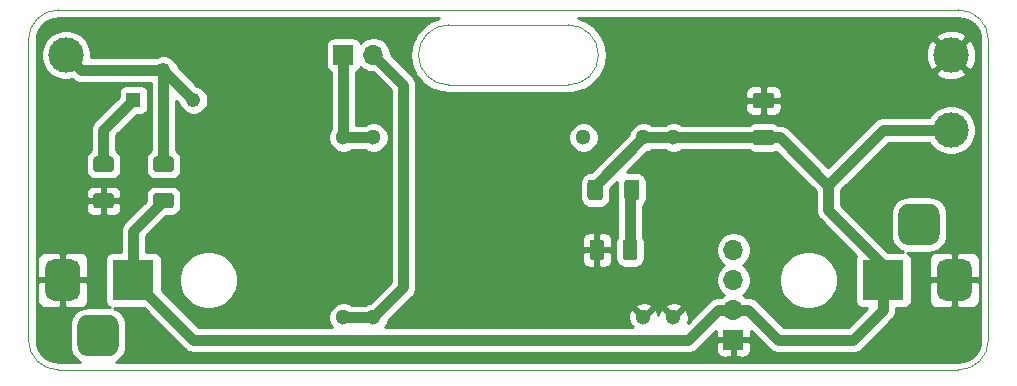
<source format=gbr>
From cc745449430925b72f87e5960ff576139509fe04 Mon Sep 17 00:00:00 2001
From: Blaise Thompson <blaise@untzag.com>
Date: Fri, 29 Jan 2021 12:09:04 -0600
Subject: analog driver 1.0.0

---
 analog-driver/gerber/driver-F_Cu.gbr | 3778 ++++++++++++++++++++++++++++++++++
 1 file changed, 3778 insertions(+)
 create mode 100644 analog-driver/gerber/driver-F_Cu.gbr

(limited to 'analog-driver/gerber/driver-F_Cu.gbr')

diff --git a/analog-driver/gerber/driver-F_Cu.gbr b/analog-driver/gerber/driver-F_Cu.gbr
new file mode 100644
index 0000000..91eb4ca
--- /dev/null
+++ b/analog-driver/gerber/driver-F_Cu.gbr
@@ -0,0 +1,3778 @@
+%TF.GenerationSoftware,KiCad,Pcbnew,5.1.8+dfsg1-1+b1*%
+%TF.CreationDate,2021-01-29T12:05:02-06:00*%
+%TF.ProjectId,driver,64726976-6572-42e6-9b69-6361645f7063,1.0.0*%
+%TF.SameCoordinates,Original*%
+%TF.FileFunction,Copper,L1,Top*%
+%TF.FilePolarity,Positive*%
+%FSLAX46Y46*%
+G04 Gerber Fmt 4.6, Leading zero omitted, Abs format (unit mm)*
+G04 Created by KiCad (PCBNEW 5.1.8+dfsg1-1+b1) date 2021-01-29 12:05:02*
+%MOMM*%
+%LPD*%
+G01*
+G04 APERTURE LIST*
+%TA.AperFunction,Profile*%
+%ADD10C,0.100000*%
+%TD*%
+%TA.AperFunction,ComponentPad*%
+%ADD11C,3.000000*%
+%TD*%
+%TA.AperFunction,ComponentPad*%
+%ADD12R,1.222000X1.222000*%
+%TD*%
+%TA.AperFunction,ComponentPad*%
+%ADD13C,1.222000*%
+%TD*%
+%TA.AperFunction,ComponentPad*%
+%ADD14C,1.300000*%
+%TD*%
+%TA.AperFunction,ComponentPad*%
+%ADD15R,3.500000X3.500000*%
+%TD*%
+%TA.AperFunction,ComponentPad*%
+%ADD16O,1.700000X1.700000*%
+%TD*%
+%TA.AperFunction,ComponentPad*%
+%ADD17R,1.700000X1.700000*%
+%TD*%
+%TA.AperFunction,Conductor*%
+%ADD18C,0.889000*%
+%TD*%
+%TA.AperFunction,Conductor*%
+%ADD19C,0.254000*%
+%TD*%
+%TA.AperFunction,Conductor*%
+%ADD20C,0.100000*%
+%TD*%
+G04 APERTURE END LIST*
+D10*
+X121920000Y-85090000D02*
+G75*
+G02*
+X119380000Y-82550000I0J2540000D01*
+G01*
+X165100000Y-78740000D02*
+X88900000Y-78740000D01*
+X119380000Y-82550000D02*
+G75*
+G02*
+X121920000Y-80010000I2540000J0D01*
+G01*
+X132080000Y-80010000D02*
+G75*
+G02*
+X134620000Y-82550000I0J-2540000D01*
+G01*
+X134620000Y-82550000D02*
+G75*
+G02*
+X132080000Y-85090000I-2540000J0D01*
+G01*
+X132080000Y-80010000D02*
+X121920000Y-80010000D01*
+X132080000Y-85090000D02*
+X121920000Y-85090000D01*
+X165100000Y-109220000D02*
+X88900000Y-109220000D01*
+X86360000Y-81280000D02*
+X86360000Y-106680000D01*
+X167640000Y-106680000D02*
+X167640000Y-81280000D01*
+X86360000Y-81280000D02*
+G75*
+G02*
+X88900000Y-78740000I2540000J0D01*
+G01*
+X88900000Y-109220000D02*
+G75*
+G02*
+X86360000Y-106680000I0J2540000D01*
+G01*
+X167640000Y-106680000D02*
+G75*
+G02*
+X165100000Y-109220000I-2540000J0D01*
+G01*
+X165100000Y-78740000D02*
+G75*
+G02*
+X167640000Y-81280000I0J-2540000D01*
+G01*
+D11*
+%TO.P,TP3,1*%
+%TO.N,GND*%
+X164465000Y-82550000D03*
+%TD*%
+%TO.P,TP2,1*%
+%TO.N,+12V*%
+X164465000Y-88900000D03*
+%TD*%
+%TO.P,TP1,1*%
+%TO.N,Net-(R1-Pad2)*%
+X89535000Y-82550000D03*
+%TD*%
+%TO.P,R2,2*%
+%TO.N,GND*%
+%TA.AperFunction,SMDPad,CuDef*%
+G36*
+G01*
+X92085000Y-94245000D02*
+X93335000Y-94245000D01*
+G75*
+G02*
+X93585000Y-94495000I0J-250000D01*
+G01*
+X93585000Y-95295000D01*
+G75*
+G02*
+X93335000Y-95545000I-250000J0D01*
+G01*
+X92085000Y-95545000D01*
+G75*
+G02*
+X91835000Y-95295000I0J250000D01*
+G01*
+X91835000Y-94495000D01*
+G75*
+G02*
+X92085000Y-94245000I250000J0D01*
+G01*
+G37*
+%TD.AperFunction*%
+%TO.P,R2,1*%
+%TO.N,Net-(R2-Pad1)*%
+%TA.AperFunction,SMDPad,CuDef*%
+G36*
+G01*
+X92085000Y-91145000D02*
+X93335000Y-91145000D01*
+G75*
+G02*
+X93585000Y-91395000I0J-250000D01*
+G01*
+X93585000Y-92195000D01*
+G75*
+G02*
+X93335000Y-92445000I-250000J0D01*
+G01*
+X92085000Y-92445000D01*
+G75*
+G02*
+X91835000Y-92195000I0J250000D01*
+G01*
+X91835000Y-91395000D01*
+G75*
+G02*
+X92085000Y-91145000I250000J0D01*
+G01*
+G37*
+%TD.AperFunction*%
+%TD*%
+%TO.P,R1,2*%
+%TO.N,Net-(R1-Pad2)*%
+%TA.AperFunction,SMDPad,CuDef*%
+G36*
+G01*
+X98415000Y-92445000D02*
+X97165000Y-92445000D01*
+G75*
+G02*
+X96915000Y-92195000I0J250000D01*
+G01*
+X96915000Y-91395000D01*
+G75*
+G02*
+X97165000Y-91145000I250000J0D01*
+G01*
+X98415000Y-91145000D01*
+G75*
+G02*
+X98665000Y-91395000I0J-250000D01*
+G01*
+X98665000Y-92195000D01*
+G75*
+G02*
+X98415000Y-92445000I-250000J0D01*
+G01*
+G37*
+%TD.AperFunction*%
+%TO.P,R1,1*%
+%TO.N,+12V*%
+%TA.AperFunction,SMDPad,CuDef*%
+G36*
+G01*
+X98415000Y-95545000D02*
+X97165000Y-95545000D01*
+G75*
+G02*
+X96915000Y-95295000I0J250000D01*
+G01*
+X96915000Y-94495000D01*
+G75*
+G02*
+X97165000Y-94245000I250000J0D01*
+G01*
+X98415000Y-94245000D01*
+G75*
+G02*
+X98665000Y-94495000I0J-250000D01*
+G01*
+X98665000Y-95295000D01*
+G75*
+G02*
+X98415000Y-95545000I-250000J0D01*
+G01*
+G37*
+%TD.AperFunction*%
+%TD*%
+%TO.P,C2,1*%
+%TO.N,GND*%
+%TA.AperFunction,SMDPad,CuDef*%
+G36*
+G01*
+X147939999Y-85747500D02*
+X149240001Y-85747500D01*
+G75*
+G02*
+X149490000Y-85997499I0J-249999D01*
+G01*
+X149490000Y-86822501D01*
+G75*
+G02*
+X149240001Y-87072500I-249999J0D01*
+G01*
+X147939999Y-87072500D01*
+G75*
+G02*
+X147690000Y-86822501I0J249999D01*
+G01*
+X147690000Y-85997499D01*
+G75*
+G02*
+X147939999Y-85747500I249999J0D01*
+G01*
+G37*
+%TD.AperFunction*%
+%TO.P,C2,2*%
+%TO.N,+12V*%
+%TA.AperFunction,SMDPad,CuDef*%
+G36*
+G01*
+X147939999Y-88872500D02*
+X149240001Y-88872500D01*
+G75*
+G02*
+X149490000Y-89122499I0J-249999D01*
+G01*
+X149490000Y-89947501D01*
+G75*
+G02*
+X149240001Y-90197500I-249999J0D01*
+G01*
+X147939999Y-90197500D01*
+G75*
+G02*
+X147690000Y-89947501I0J249999D01*
+G01*
+X147690000Y-89122499D01*
+G75*
+G02*
+X147939999Y-88872500I249999J0D01*
+G01*
+G37*
+%TD.AperFunction*%
+%TD*%
+D12*
+%TO.P,RV1,1*%
+%TO.N,Net-(R2-Pad1)*%
+X95250000Y-86360000D03*
+D13*
+%TO.P,RV1,2*%
+%TO.N,Net-(R1-Pad2)*%
+X97790000Y-83820000D03*
+%TO.P,RV1,3*%
+X100330000Y-86360000D03*
+%TD*%
+%TO.P,R5,2*%
+%TO.N,Net-(D1-Pad2)*%
+%TA.AperFunction,SMDPad,CuDef*%
+G36*
+G01*
+X136790000Y-94605001D02*
+X136790000Y-93354999D01*
+G75*
+G02*
+X137039999Y-93105000I249999J0D01*
+G01*
+X137840001Y-93105000D01*
+G75*
+G02*
+X138090000Y-93354999I0J-249999D01*
+G01*
+X138090000Y-94605001D01*
+G75*
+G02*
+X137840001Y-94855000I-249999J0D01*
+G01*
+X137039999Y-94855000D01*
+G75*
+G02*
+X136790000Y-94605001I0J249999D01*
+G01*
+G37*
+%TD.AperFunction*%
+%TO.P,R5,1*%
+%TO.N,+12V*%
+%TA.AperFunction,SMDPad,CuDef*%
+G36*
+G01*
+X133690000Y-94605001D02*
+X133690000Y-93354999D01*
+G75*
+G02*
+X133939999Y-93105000I249999J0D01*
+G01*
+X134740001Y-93105000D01*
+G75*
+G02*
+X134990000Y-93354999I0J-249999D01*
+G01*
+X134990000Y-94605001D01*
+G75*
+G02*
+X134740001Y-94855000I-249999J0D01*
+G01*
+X133939999Y-94855000D01*
+G75*
+G02*
+X133690000Y-94605001I0J249999D01*
+G01*
+G37*
+%TD.AperFunction*%
+%TD*%
+%TO.P,D1,2*%
+%TO.N,Net-(D1-Pad2)*%
+%TA.AperFunction,SMDPad,CuDef*%
+G36*
+G01*
+X136665000Y-99685000D02*
+X136665000Y-98435000D01*
+G75*
+G02*
+X136915000Y-98185000I250000J0D01*
+G01*
+X137665000Y-98185000D01*
+G75*
+G02*
+X137915000Y-98435000I0J-250000D01*
+G01*
+X137915000Y-99685000D01*
+G75*
+G02*
+X137665000Y-99935000I-250000J0D01*
+G01*
+X136915000Y-99935000D01*
+G75*
+G02*
+X136665000Y-99685000I0J250000D01*
+G01*
+G37*
+%TD.AperFunction*%
+%TO.P,D1,1*%
+%TO.N,GND*%
+%TA.AperFunction,SMDPad,CuDef*%
+G36*
+G01*
+X133865000Y-99685000D02*
+X133865000Y-98435000D01*
+G75*
+G02*
+X134115000Y-98185000I250000J0D01*
+G01*
+X134865000Y-98185000D01*
+G75*
+G02*
+X135115000Y-98435000I0J-250000D01*
+G01*
+X135115000Y-99685000D01*
+G75*
+G02*
+X134865000Y-99935000I-250000J0D01*
+G01*
+X134115000Y-99935000D01*
+G75*
+G02*
+X133865000Y-99685000I0J250000D01*
+G01*
+G37*
+%TD.AperFunction*%
+%TD*%
+D14*
+%TO.P,U2,24*%
+%TO.N,+12V*%
+X140970000Y-89535000D03*
+%TO.P,U2,23*%
+X138430000Y-89535000D03*
+%TO.P,U2,21*%
+%TO.N,Net-(R1-Pad2)*%
+X133350000Y-89535000D03*
+%TO.P,U2,14*%
+%TO.N,Net-(J7-Pad1)*%
+X115570000Y-89535000D03*
+%TO.P,U2,13*%
+X113030000Y-89535000D03*
+%TO.P,U2,12*%
+%TO.N,Net-(J7-Pad2)*%
+X113030000Y-104775000D03*
+%TO.P,U2,11*%
+X115570000Y-104775000D03*
+%TO.P,U2,2*%
+%TO.N,GND*%
+X138430000Y-104775000D03*
+%TO.P,U2,1*%
+X140970000Y-104775000D03*
+%TD*%
+D15*
+%TO.P,J4,1*%
+%TO.N,+12V*%
+X95250000Y-101600000D03*
+%TO.P,J4,2*%
+%TO.N,GND*%
+%TA.AperFunction,ComponentPad*%
+G36*
+G01*
+X87750000Y-102600000D02*
+X87750000Y-100600000D01*
+G75*
+G02*
+X88500000Y-99850000I750000J0D01*
+G01*
+X90000000Y-99850000D01*
+G75*
+G02*
+X90750000Y-100600000I0J-750000D01*
+G01*
+X90750000Y-102600000D01*
+G75*
+G02*
+X90000000Y-103350000I-750000J0D01*
+G01*
+X88500000Y-103350000D01*
+G75*
+G02*
+X87750000Y-102600000I0J750000D01*
+G01*
+G37*
+%TD.AperFunction*%
+%TO.P,J4,3*%
+%TO.N,N/C*%
+%TA.AperFunction,ComponentPad*%
+G36*
+G01*
+X90500000Y-107175000D02*
+X90500000Y-105425000D01*
+G75*
+G02*
+X91375000Y-104550000I875000J0D01*
+G01*
+X93125000Y-104550000D01*
+G75*
+G02*
+X94000000Y-105425000I0J-875000D01*
+G01*
+X94000000Y-107175000D01*
+G75*
+G02*
+X93125000Y-108050000I-875000J0D01*
+G01*
+X91375000Y-108050000D01*
+G75*
+G02*
+X90500000Y-107175000I0J875000D01*
+G01*
+G37*
+%TD.AperFunction*%
+%TD*%
+%TO.P,J3,3*%
+%TO.N,N/C*%
+%TA.AperFunction,ComponentPad*%
+G36*
+G01*
+X163500000Y-96025000D02*
+X163500000Y-97775000D01*
+G75*
+G02*
+X162625000Y-98650000I-875000J0D01*
+G01*
+X160875000Y-98650000D01*
+G75*
+G02*
+X160000000Y-97775000I0J875000D01*
+G01*
+X160000000Y-96025000D01*
+G75*
+G02*
+X160875000Y-95150000I875000J0D01*
+G01*
+X162625000Y-95150000D01*
+G75*
+G02*
+X163500000Y-96025000I0J-875000D01*
+G01*
+G37*
+%TD.AperFunction*%
+%TO.P,J3,2*%
+%TO.N,GND*%
+%TA.AperFunction,ComponentPad*%
+G36*
+G01*
+X166250000Y-100600000D02*
+X166250000Y-102600000D01*
+G75*
+G02*
+X165500000Y-103350000I-750000J0D01*
+G01*
+X164000000Y-103350000D01*
+G75*
+G02*
+X163250000Y-102600000I0J750000D01*
+G01*
+X163250000Y-100600000D01*
+G75*
+G02*
+X164000000Y-99850000I750000J0D01*
+G01*
+X165500000Y-99850000D01*
+G75*
+G02*
+X166250000Y-100600000I0J-750000D01*
+G01*
+G37*
+%TD.AperFunction*%
+%TO.P,J3,1*%
+%TO.N,+12V*%
+X158750000Y-101600000D03*
+%TD*%
+D16*
+%TO.P,J5,4*%
+%TO.N,Net-(J5-Pad4)*%
+X146050000Y-99060000D03*
+%TO.P,J5,3*%
+%TO.N,Net-(J5-Pad3)*%
+X146050000Y-101600000D03*
+%TO.P,J5,2*%
+%TO.N,+12V*%
+X146050000Y-104140000D03*
+D17*
+%TO.P,J5,1*%
+%TO.N,GND*%
+X146050000Y-106680000D03*
+%TD*%
+%TO.P,J7,1*%
+%TO.N,Net-(J7-Pad1)*%
+X113030000Y-82550000D03*
+D16*
+%TO.P,J7,2*%
+%TO.N,Net-(J7-Pad2)*%
+X115570000Y-82550000D03*
+%TD*%
+D18*
+%TO.N,+12V*%
+X158750000Y-101600000D02*
+X158750000Y-102870000D01*
+X154090000Y-93630000D02*
+X154090000Y-95670000D01*
+X158750000Y-100330000D02*
+X158750000Y-101600000D01*
+X154090000Y-95670000D02*
+X158750000Y-100330000D01*
+X138430000Y-89535000D02*
+X140970000Y-89535000D01*
+X149995000Y-89535000D02*
+X154090000Y-93630000D01*
+X140970000Y-89535000D02*
+X149995000Y-89535000D01*
+X144780000Y-104140000D02*
+X146050000Y-104140000D01*
+X142240000Y-106680000D02*
+X144780000Y-104140000D01*
+X100330000Y-106680000D02*
+X142240000Y-106680000D01*
+X95250000Y-101600000D02*
+X100330000Y-106680000D01*
+X134340000Y-93625000D02*
+X138430000Y-89535000D01*
+X134340000Y-93980000D02*
+X134340000Y-93625000D01*
+X156210000Y-106680000D02*
+X158750000Y-104140000D01*
+X149860000Y-106680000D02*
+X156210000Y-106680000D01*
+X158750000Y-104140000D02*
+X158750000Y-101600000D01*
+X147320000Y-104140000D02*
+X149860000Y-106680000D01*
+X146050000Y-104140000D02*
+X147320000Y-104140000D01*
+X95250000Y-97435000D02*
+X97790000Y-94895000D01*
+X95250000Y-101600000D02*
+X95250000Y-97435000D01*
+X154090000Y-93630000D02*
+X154090000Y-93560000D01*
+X158750000Y-88900000D02*
+X164465000Y-88900000D01*
+X154090000Y-93560000D02*
+X158750000Y-88900000D01*
+%TO.N,Net-(D1-Pad2)*%
+X137290000Y-94130000D02*
+X137440000Y-93980000D01*
+X137290000Y-99060000D02*
+X137290000Y-94130000D01*
+%TO.N,Net-(J7-Pad1)*%
+X113030000Y-82550000D02*
+X113030000Y-89535000D01*
+X113030000Y-89535000D02*
+X115570000Y-89535000D01*
+%TO.N,Net-(J7-Pad2)*%
+X118110000Y-102235000D02*
+X115570000Y-104775000D01*
+X118110000Y-85090000D02*
+X118110000Y-102235000D01*
+X115570000Y-82550000D02*
+X118110000Y-85090000D01*
+X115570000Y-104775000D02*
+X113030000Y-104775000D01*
+%TO.N,Net-(R2-Pad1)*%
+X95250000Y-86360000D02*
+X92710000Y-88900000D01*
+X92710000Y-88900000D02*
+X92710000Y-91795000D01*
+%TO.N,Net-(R1-Pad2)*%
+X90805000Y-83820000D02*
+X89535000Y-82550000D01*
+X97790000Y-83820000D02*
+X90805000Y-83820000D01*
+X97790000Y-83820000D02*
+X100330000Y-86360000D01*
+X97790000Y-83820000D02*
+X97790000Y-91795000D01*
+%TD*%
+D19*
+%TO.N,GND*%
+X120733150Y-79554102D02*
+X120675896Y-79578170D01*
+X120618352Y-79601419D01*
+X120609907Y-79605909D01*
+X120173847Y-79841686D01*
+X120122384Y-79876398D01*
+X120070427Y-79910398D01*
+X120063015Y-79916443D01*
+X119681055Y-80232427D01*
+X119637308Y-80276481D01*
+X119592950Y-80319919D01*
+X119586853Y-80327289D01*
+X119273543Y-80711445D01*
+X119239192Y-80763148D01*
+X119204110Y-80814384D01*
+X119199561Y-80822797D01*
+X118966834Y-81260493D01*
+X118943171Y-81317903D01*
+X118918718Y-81374958D01*
+X118915889Y-81384094D01*
+X118772610Y-81858659D01*
+X118760548Y-81919577D01*
+X118747643Y-81980289D01*
+X118746643Y-81989800D01*
+X118698269Y-82483156D01*
+X118698269Y-82513086D01*
+X118695038Y-82542831D01*
+X118695004Y-82552395D01*
+X118695066Y-82570127D01*
+X118698090Y-82599896D01*
+X118697881Y-82629815D01*
+X118698814Y-82639334D01*
+X118750632Y-83132340D01*
+X118763109Y-83193121D01*
+X118774749Y-83254142D01*
+X118777513Y-83263298D01*
+X118924103Y-83736851D01*
+X118948167Y-83794097D01*
+X118971419Y-83851648D01*
+X118975907Y-83860089D01*
+X118975909Y-83860094D01*
+X118975912Y-83860098D01*
+X119211686Y-84296153D01*
+X119246398Y-84347616D01*
+X119280398Y-84399573D01*
+X119286443Y-84406985D01*
+X119602427Y-84788945D01*
+X119646500Y-84832712D01*
+X119689920Y-84877050D01*
+X119697289Y-84883147D01*
+X120081445Y-85196457D01*
+X120133148Y-85230808D01*
+X120184384Y-85265890D01*
+X120192797Y-85270439D01*
+X120630493Y-85503166D01*
+X120687882Y-85526820D01*
+X120744958Y-85551283D01*
+X120754095Y-85554111D01*
+X121228659Y-85697390D01*
+X121289577Y-85709452D01*
+X121350289Y-85722357D01*
+X121359801Y-85723357D01*
+X121853156Y-85771731D01*
+X121853163Y-85771731D01*
+X121886353Y-85775000D01*
+X132113647Y-85775000D01*
+X132144018Y-85772009D01*
+X132159815Y-85772119D01*
+X132169334Y-85771186D01*
+X132394686Y-85747500D01*
+X147051928Y-85747500D01*
+X147055000Y-86124250D01*
+X147213750Y-86283000D01*
+X148463000Y-86283000D01*
+X148463000Y-85271250D01*
+X148717000Y-85271250D01*
+X148717000Y-86283000D01*
+X149966250Y-86283000D01*
+X150125000Y-86124250D01*
+X150128072Y-85747500D01*
+X150115812Y-85623018D01*
+X150079502Y-85503320D01*
+X150020537Y-85393006D01*
+X149941185Y-85296315D01*
+X149844494Y-85216963D01*
+X149734180Y-85157998D01*
+X149614482Y-85121688D01*
+X149490000Y-85109428D01*
+X148875750Y-85112500D01*
+X148717000Y-85271250D01*
+X148463000Y-85271250D01*
+X148304250Y-85112500D01*
+X147690000Y-85109428D01*
+X147565518Y-85121688D01*
+X147445820Y-85157998D01*
+X147335506Y-85216963D01*
+X147238815Y-85296315D01*
+X147159463Y-85393006D01*
+X147100498Y-85503320D01*
+X147064188Y-85623018D01*
+X147051928Y-85747500D01*
+X132394686Y-85747500D01*
+X132662340Y-85719368D01*
+X132723121Y-85706891D01*
+X132784142Y-85695251D01*
+X132793298Y-85692487D01*
+X133266851Y-85545897D01*
+X133324097Y-85521833D01*
+X133381648Y-85498581D01*
+X133390089Y-85494093D01*
+X133390094Y-85494091D01*
+X133390098Y-85494088D01*
+X133826153Y-85258314D01*
+X133877616Y-85223602D01*
+X133929573Y-85189602D01*
+X133936985Y-85183557D01*
+X134318945Y-84867573D01*
+X134362712Y-84823500D01*
+X134407050Y-84780080D01*
+X134413147Y-84772711D01*
+X134726457Y-84388555D01*
+X134760808Y-84336852D01*
+X134795890Y-84285616D01*
+X134800439Y-84277203D01*
+X134925683Y-84041653D01*
+X163152952Y-84041653D01*
+X163308962Y-84357214D01*
+X163683745Y-84548020D01*
+X164088551Y-84662044D01*
+X164507824Y-84694902D01*
+X164925451Y-84645334D01*
+X165325383Y-84515243D01*
+X165621038Y-84357214D01*
+X165777048Y-84041653D01*
+X164465000Y-82729605D01*
+X163152952Y-84041653D01*
+X134925683Y-84041653D01*
+X135033166Y-83839507D01*
+X135056820Y-83782118D01*
+X135081283Y-83725042D01*
+X135084111Y-83715905D01*
+X135227390Y-83241341D01*
+X135239452Y-83180423D01*
+X135252357Y-83119711D01*
+X135253357Y-83110199D01*
+X135301731Y-82616844D01*
+X135301731Y-82592824D01*
+X162320098Y-82592824D01*
+X162369666Y-83010451D01*
+X162499757Y-83410383D01*
+X162657786Y-83706038D01*
+X162973347Y-83862048D01*
+X164285395Y-82550000D01*
+X164644605Y-82550000D01*
+X165956653Y-83862048D01*
+X166272214Y-83706038D01*
+X166463020Y-83331255D01*
+X166577044Y-82926449D01*
+X166609902Y-82507176D01*
+X166560334Y-82089549D01*
+X166430243Y-81689617D01*
+X166272214Y-81393962D01*
+X165956653Y-81237952D01*
+X164644605Y-82550000D01*
+X164285395Y-82550000D01*
+X162973347Y-81237952D01*
+X162657786Y-81393962D01*
+X162466980Y-81768745D01*
+X162352956Y-82173551D01*
+X162320098Y-82592824D01*
+X135301731Y-82592824D01*
+X135301731Y-82586914D01*
+X135304962Y-82557169D01*
+X135304996Y-82547605D01*
+X135304934Y-82529873D01*
+X135301910Y-82500104D01*
+X135302119Y-82470185D01*
+X135301186Y-82460666D01*
+X135249369Y-81967660D01*
+X135236886Y-81906849D01*
+X135225251Y-81845858D01*
+X135222487Y-81836702D01*
+X135075898Y-81363150D01*
+X135051830Y-81305896D01*
+X135028581Y-81248352D01*
+X135024091Y-81239907D01*
+X134925922Y-81058347D01*
+X163152952Y-81058347D01*
+X164465000Y-82370395D01*
+X165777048Y-81058347D01*
+X165621038Y-80742786D01*
+X165246255Y-80551980D01*
+X164841449Y-80437956D01*
+X164422176Y-80405098D01*
+X164004549Y-80454666D01*
+X163604617Y-80584757D01*
+X163308962Y-80742786D01*
+X163152952Y-81058347D01*
+X134925922Y-81058347D01*
+X134788314Y-80803847D01*
+X134753602Y-80752384D01*
+X134719602Y-80700427D01*
+X134713557Y-80693015D01*
+X134397573Y-80311055D01*
+X134353519Y-80267308D01*
+X134310081Y-80222950D01*
+X134302711Y-80216853D01*
+X133918555Y-79903543D01*
+X133866852Y-79869192D01*
+X133815616Y-79834110D01*
+X133807203Y-79829561D01*
+X133369507Y-79596834D01*
+X133312097Y-79573171D01*
+X133255042Y-79548718D01*
+X133245906Y-79545889D01*
+X132845501Y-79425000D01*
+X165066496Y-79425000D01*
+X165459668Y-79463551D01*
+X165805634Y-79568004D01*
+X166124724Y-79737667D01*
+X166404781Y-79966076D01*
+X166635141Y-80244534D01*
+X166807027Y-80562430D01*
+X166913893Y-80907658D01*
+X166955001Y-81298763D01*
+X166955000Y-106646495D01*
+X166916449Y-107039667D01*
+X166811996Y-107385635D01*
+X166642333Y-107704724D01*
+X166413924Y-107984781D01*
+X166135466Y-108215141D01*
+X165817570Y-108387027D01*
+X165472340Y-108493894D01*
+X165081238Y-108535000D01*
+X93774926Y-108535000D01*
+X93965618Y-108433073D01*
+X94194903Y-108244903D01*
+X94383073Y-108015618D01*
+X94522896Y-107754028D01*
+X94608999Y-107470186D01*
+X94638072Y-107175000D01*
+X94638072Y-105425000D01*
+X94608999Y-105129814D01*
+X94522896Y-104845972D01*
+X94383073Y-104584382D01*
+X94194903Y-104355097D01*
+X93965618Y-104166927D01*
+X93704028Y-104027104D01*
+X93575357Y-103988072D01*
+X96111429Y-103988072D01*
+X99529182Y-107405826D01*
+X99562985Y-107447015D01*
+X99604174Y-107480818D01*
+X99604175Y-107480819D01*
+X99690627Y-107551768D01*
+X99727360Y-107581914D01*
+X99914894Y-107682153D01*
+X100092048Y-107735892D01*
+X100118381Y-107743880D01*
+X100330000Y-107764723D01*
+X100383029Y-107759500D01*
+X142186971Y-107759500D01*
+X142240000Y-107764723D01*
+X142293029Y-107759500D01*
+X142451619Y-107743880D01*
+X142655106Y-107682153D01*
+X142842640Y-107581914D01*
+X142905897Y-107530000D01*
+X144561928Y-107530000D01*
+X144574188Y-107654482D01*
+X144610498Y-107774180D01*
+X144669463Y-107884494D01*
+X144748815Y-107981185D01*
+X144845506Y-108060537D01*
+X144955820Y-108119502D01*
+X145075518Y-108155812D01*
+X145200000Y-108168072D01*
+X145764250Y-108165000D01*
+X145923000Y-108006250D01*
+X145923000Y-106807000D01*
+X146177000Y-106807000D01*
+X146177000Y-108006250D01*
+X146335750Y-108165000D01*
+X146900000Y-108168072D01*
+X147024482Y-108155812D01*
+X147144180Y-108119502D01*
+X147254494Y-108060537D01*
+X147351185Y-107981185D01*
+X147430537Y-107884494D01*
+X147489502Y-107774180D01*
+X147525812Y-107654482D01*
+X147538072Y-107530000D01*
+X147535000Y-106965750D01*
+X147376250Y-106807000D01*
+X146177000Y-106807000D01*
+X145923000Y-106807000D01*
+X144723750Y-106807000D01*
+X144565000Y-106965750D01*
+X144561928Y-107530000D01*
+X142905897Y-107530000D01*
+X143007015Y-107447015D01*
+X143040827Y-107405815D01*
+X144562224Y-105884418D01*
+X144565000Y-106394250D01*
+X144723750Y-106553000D01*
+X145923000Y-106553000D01*
+X145923000Y-106533000D01*
+X146177000Y-106533000D01*
+X146177000Y-106553000D01*
+X147376250Y-106553000D01*
+X147535000Y-106394250D01*
+X147537776Y-105884418D01*
+X149059178Y-107405821D01*
+X149092985Y-107447015D01*
+X149257360Y-107581914D01*
+X149444894Y-107682153D01*
+X149648381Y-107743880D01*
+X149806971Y-107759500D01*
+X149806978Y-107759500D01*
+X149859999Y-107764722D01*
+X149913021Y-107759500D01*
+X156156971Y-107759500D01*
+X156210000Y-107764723D01*
+X156263029Y-107759500D01*
+X156421619Y-107743880D01*
+X156625106Y-107682153D01*
+X156812640Y-107581914D01*
+X156977015Y-107447015D01*
+X157010827Y-107405815D01*
+X159475821Y-104940822D01*
+X159517015Y-104907015D01*
+X159651914Y-104742640D01*
+X159752153Y-104555106D01*
+X159813880Y-104351619D01*
+X159829500Y-104193029D01*
+X159829500Y-104193022D01*
+X159834722Y-104140001D01*
+X159829500Y-104086979D01*
+X159829500Y-103988072D01*
+X160500000Y-103988072D01*
+X160624482Y-103975812D01*
+X160744180Y-103939502D01*
+X160854494Y-103880537D01*
+X160951185Y-103801185D01*
+X161030537Y-103704494D01*
+X161089502Y-103594180D01*
+X161125812Y-103474482D01*
+X161138072Y-103350000D01*
+X162611928Y-103350000D01*
+X162624188Y-103474482D01*
+X162660498Y-103594180D01*
+X162719463Y-103704494D01*
+X162798815Y-103801185D01*
+X162895506Y-103880537D01*
+X163005820Y-103939502D01*
+X163125518Y-103975812D01*
+X163250000Y-103988072D01*
+X164464250Y-103985000D01*
+X164623000Y-103826250D01*
+X164623000Y-101727000D01*
+X164877000Y-101727000D01*
+X164877000Y-103826250D01*
+X165035750Y-103985000D01*
+X166250000Y-103988072D01*
+X166374482Y-103975812D01*
+X166494180Y-103939502D01*
+X166604494Y-103880537D01*
+X166701185Y-103801185D01*
+X166780537Y-103704494D01*
+X166839502Y-103594180D01*
+X166875812Y-103474482D01*
+X166888072Y-103350000D01*
+X166885000Y-101885750D01*
+X166726250Y-101727000D01*
+X164877000Y-101727000D01*
+X164623000Y-101727000D01*
+X162773750Y-101727000D01*
+X162615000Y-101885750D01*
+X162611928Y-103350000D01*
+X161138072Y-103350000D01*
+X161138072Y-99850000D01*
+X162611928Y-99850000D01*
+X162615000Y-101314250D01*
+X162773750Y-101473000D01*
+X164623000Y-101473000D01*
+X164623000Y-99373750D01*
+X164877000Y-99373750D01*
+X164877000Y-101473000D01*
+X166726250Y-101473000D01*
+X166885000Y-101314250D01*
+X166888072Y-99850000D01*
+X166875812Y-99725518D01*
+X166839502Y-99605820D01*
+X166780537Y-99495506D01*
+X166701185Y-99398815D01*
+X166604494Y-99319463D01*
+X166494180Y-99260498D01*
+X166374482Y-99224188D01*
+X166250000Y-99211928D01*
+X165035750Y-99215000D01*
+X164877000Y-99373750D01*
+X164623000Y-99373750D01*
+X164464250Y-99215000D01*
+X163250000Y-99211928D01*
+X163125518Y-99224188D01*
+X163005820Y-99260498D01*
+X162895506Y-99319463D01*
+X162798815Y-99398815D01*
+X162719463Y-99495506D01*
+X162660498Y-99605820D01*
+X162624188Y-99725518D01*
+X162611928Y-99850000D01*
+X161138072Y-99850000D01*
+X161125812Y-99725518D01*
+X161089502Y-99605820D01*
+X161030537Y-99495506D01*
+X160951185Y-99398815D01*
+X160854494Y-99319463D01*
+X160777869Y-99278506D01*
+X160875000Y-99288072D01*
+X162625000Y-99288072D01*
+X162920186Y-99258999D01*
+X163204028Y-99172896D01*
+X163465618Y-99033073D01*
+X163694903Y-98844903D01*
+X163883073Y-98615618D01*
+X164022896Y-98354028D01*
+X164108999Y-98070186D01*
+X164138072Y-97775000D01*
+X164138072Y-96025000D01*
+X164108999Y-95729814D01*
+X164022896Y-95445972D01*
+X163883073Y-95184382D01*
+X163694903Y-94955097D01*
+X163465618Y-94766927D01*
+X163204028Y-94627104D01*
+X162920186Y-94541001D01*
+X162625000Y-94511928D01*
+X160875000Y-94511928D01*
+X160579814Y-94541001D01*
+X160295972Y-94627104D01*
+X160034382Y-94766927D01*
+X159805097Y-94955097D01*
+X159616927Y-95184382D01*
+X159477104Y-95445972D01*
+X159391001Y-95729814D01*
+X159361928Y-96025000D01*
+X159361928Y-97775000D01*
+X159391001Y-98070186D01*
+X159477104Y-98354028D01*
+X159616927Y-98615618D01*
+X159805097Y-98844903D01*
+X160034382Y-99033073D01*
+X160295972Y-99172896D01*
+X160424643Y-99211928D01*
+X159158571Y-99211928D01*
+X155169500Y-95222858D01*
+X155169500Y-94007142D01*
+X159197143Y-89979500D01*
+X162618556Y-89979500D01*
+X162806637Y-90260983D01*
+X163104017Y-90558363D01*
+X163453698Y-90792012D01*
+X163842244Y-90952953D01*
+X164254721Y-91035000D01*
+X164675279Y-91035000D01*
+X165087756Y-90952953D01*
+X165476302Y-90792012D01*
+X165825983Y-90558363D01*
+X166123363Y-90260983D01*
+X166357012Y-89911302D01*
+X166517953Y-89522756D01*
+X166600000Y-89110279D01*
+X166600000Y-88689721D01*
+X166517953Y-88277244D01*
+X166357012Y-87888698D01*
+X166123363Y-87539017D01*
+X165825983Y-87241637D01*
+X165476302Y-87007988D01*
+X165087756Y-86847047D01*
+X164675279Y-86765000D01*
+X164254721Y-86765000D01*
+X163842244Y-86847047D01*
+X163453698Y-87007988D01*
+X163104017Y-87241637D01*
+X162806637Y-87539017D01*
+X162618556Y-87820500D01*
+X158803021Y-87820500D01*
+X158749999Y-87815278D01*
+X158696978Y-87820500D01*
+X158696971Y-87820500D01*
+X158538381Y-87836120D01*
+X158334894Y-87897847D01*
+X158147360Y-87998086D01*
+X157982985Y-88132985D01*
+X157949178Y-88174179D01*
+X154055001Y-92068357D01*
+X150795827Y-88809185D01*
+X150762015Y-88767985D01*
+X150597640Y-88633086D01*
+X150410106Y-88532847D01*
+X150206619Y-88471120D01*
+X150048029Y-88455500D01*
+X149995000Y-88450277D01*
+X149941971Y-88455500D01*
+X149820394Y-88455500D01*
+X149733387Y-88384095D01*
+X149579851Y-88302028D01*
+X149413255Y-88251492D01*
+X149240001Y-88234428D01*
+X147939999Y-88234428D01*
+X147766745Y-88251492D01*
+X147600149Y-88302028D01*
+X147446613Y-88384095D01*
+X147359606Y-88455500D01*
+X141667354Y-88455500D01*
+X141578676Y-88396247D01*
+X141344821Y-88299381D01*
+X141096561Y-88250000D01*
+X140843439Y-88250000D01*
+X140595179Y-88299381D01*
+X140361324Y-88396247D01*
+X140272646Y-88455500D01*
+X139127354Y-88455500D01*
+X139038676Y-88396247D01*
+X138804821Y-88299381D01*
+X138556561Y-88250000D01*
+X138303439Y-88250000D01*
+X138055179Y-88299381D01*
+X137821324Y-88396247D01*
+X137610860Y-88536875D01*
+X137431875Y-88715860D01*
+X137291247Y-88926324D01*
+X137194381Y-89160179D01*
+X137173574Y-89264783D01*
+X133971430Y-92466928D01*
+X133939999Y-92466928D01*
+X133766745Y-92483992D01*
+X133600149Y-92534528D01*
+X133446613Y-92616595D01*
+X133312038Y-92727038D01*
+X133201595Y-92861613D01*
+X133119528Y-93015149D01*
+X133068992Y-93181745D01*
+X133051928Y-93354999D01*
+X133051928Y-94605001D01*
+X133068992Y-94778255D01*
+X133119528Y-94944851D01*
+X133201595Y-95098387D01*
+X133312038Y-95232962D01*
+X133446613Y-95343405D01*
+X133600149Y-95425472D01*
+X133766745Y-95476008D01*
+X133939999Y-95493072D01*
+X134740001Y-95493072D01*
+X134913255Y-95476008D01*
+X135079851Y-95425472D01*
+X135233387Y-95343405D01*
+X135367962Y-95232962D01*
+X135478405Y-95098387D01*
+X135560472Y-94944851D01*
+X135611008Y-94778255D01*
+X135628072Y-94605001D01*
+X135628072Y-93863570D01*
+X136153598Y-93338044D01*
+X136151928Y-93354999D01*
+X136151928Y-94605001D01*
+X136168992Y-94778255D01*
+X136210501Y-94915092D01*
+X136210500Y-97900300D01*
+X136176595Y-97941614D01*
+X136094528Y-98095150D01*
+X136043992Y-98261746D01*
+X136026928Y-98435000D01*
+X136026928Y-99685000D01*
+X136043992Y-99858254D01*
+X136094528Y-100024850D01*
+X136176595Y-100178386D01*
+X136287038Y-100312962D01*
+X136421614Y-100423405D01*
+X136575150Y-100505472D01*
+X136741746Y-100556008D01*
+X136915000Y-100573072D01*
+X137665000Y-100573072D01*
+X137838254Y-100556008D01*
+X138004850Y-100505472D01*
+X138158386Y-100423405D01*
+X138292962Y-100312962D01*
+X138403405Y-100178386D01*
+X138485472Y-100024850D01*
+X138536008Y-99858254D01*
+X138553072Y-99685000D01*
+X138553072Y-98435000D01*
+X138536008Y-98261746D01*
+X138485472Y-98095150D01*
+X138403405Y-97941614D01*
+X138369500Y-97900300D01*
+X138369500Y-95313768D01*
+X138467962Y-95232962D01*
+X138578405Y-95098387D01*
+X138660472Y-94944851D01*
+X138711008Y-94778255D01*
+X138728072Y-94605001D01*
+X138728072Y-93354999D01*
+X138711008Y-93181745D01*
+X138660472Y-93015149D01*
+X138578405Y-92861613D01*
+X138467962Y-92727038D01*
+X138333387Y-92616595D01*
+X138179851Y-92534528D01*
+X138013255Y-92483992D01*
+X137840001Y-92466928D01*
+X137039999Y-92466928D01*
+X137023045Y-92468598D01*
+X138700217Y-90791426D01*
+X138804821Y-90770619D01*
+X139038676Y-90673753D01*
+X139127354Y-90614500D01*
+X140272646Y-90614500D01*
+X140361324Y-90673753D01*
+X140595179Y-90770619D01*
+X140843439Y-90820000D01*
+X141096561Y-90820000D01*
+X141344821Y-90770619D01*
+X141578676Y-90673753D01*
+X141667354Y-90614500D01*
+X147359606Y-90614500D01*
+X147446613Y-90685905D01*
+X147600149Y-90767972D01*
+X147766745Y-90818508D01*
+X147939999Y-90835572D01*
+X149240001Y-90835572D01*
+X149413255Y-90818508D01*
+X149579851Y-90767972D01*
+X149659015Y-90725658D01*
+X153010500Y-94077144D01*
+X153010501Y-95616961D01*
+X153005277Y-95670000D01*
+X153026120Y-95881618D01*
+X153084945Y-96075537D01*
+X153087848Y-96085106D01*
+X153188087Y-96272640D01*
+X153322986Y-96437015D01*
+X153364180Y-96470822D01*
+X156441388Y-99548030D01*
+X156410498Y-99605820D01*
+X156374188Y-99725518D01*
+X156361928Y-99850000D01*
+X156361928Y-103350000D01*
+X156374188Y-103474482D01*
+X156410498Y-103594180D01*
+X156469463Y-103704494D01*
+X156548815Y-103801185D01*
+X156645506Y-103880537D01*
+X156755820Y-103939502D01*
+X156875518Y-103975812D01*
+X157000000Y-103988072D01*
+X157375285Y-103988072D01*
+X155762858Y-105600500D01*
+X150307143Y-105600500D01*
+X148120827Y-103414185D01*
+X148087015Y-103372985D01*
+X147922640Y-103238086D01*
+X147735106Y-103137847D01*
+X147531619Y-103076120D01*
+X147373029Y-103060500D01*
+X147320000Y-103055277D01*
+X147266971Y-103060500D01*
+X147070607Y-103060500D01*
+X146996632Y-102986525D01*
+X146822240Y-102870000D01*
+X146996632Y-102753475D01*
+X147203475Y-102546632D01*
+X147365990Y-102303411D01*
+X147477932Y-102033158D01*
+X147535000Y-101746260D01*
+X147535000Y-101453740D01*
+X147515409Y-101355249D01*
+X149915000Y-101355249D01*
+X149915000Y-101844751D01*
+X150010497Y-102324848D01*
+X150197821Y-102777089D01*
+X150469774Y-103184095D01*
+X150815905Y-103530226D01*
+X151222911Y-103802179D01*
+X151675152Y-103989503D01*
+X152155249Y-104085000D01*
+X152644751Y-104085000D01*
+X153124848Y-103989503D01*
+X153577089Y-103802179D01*
+X153984095Y-103530226D01*
+X154330226Y-103184095D01*
+X154602179Y-102777089D01*
+X154789503Y-102324848D01*
+X154885000Y-101844751D01*
+X154885000Y-101355249D01*
+X154789503Y-100875152D01*
+X154602179Y-100422911D01*
+X154330226Y-100015905D01*
+X153984095Y-99669774D01*
+X153577089Y-99397821D01*
+X153124848Y-99210497D01*
+X152644751Y-99115000D01*
+X152155249Y-99115000D01*
+X151675152Y-99210497D01*
+X151222911Y-99397821D01*
+X150815905Y-99669774D01*
+X150469774Y-100015905D01*
+X150197821Y-100422911D01*
+X150010497Y-100875152D01*
+X149915000Y-101355249D01*
+X147515409Y-101355249D01*
+X147477932Y-101166842D01*
+X147365990Y-100896589D01*
+X147203475Y-100653368D01*
+X146996632Y-100446525D01*
+X146822240Y-100330000D01*
+X146996632Y-100213475D01*
+X147203475Y-100006632D01*
+X147365990Y-99763411D01*
+X147477932Y-99493158D01*
+X147535000Y-99206260D01*
+X147535000Y-98913740D01*
+X147477932Y-98626842D01*
+X147365990Y-98356589D01*
+X147203475Y-98113368D01*
+X146996632Y-97906525D01*
+X146753411Y-97744010D01*
+X146483158Y-97632068D01*
+X146196260Y-97575000D01*
+X145903740Y-97575000D01*
+X145616842Y-97632068D01*
+X145346589Y-97744010D01*
+X145103368Y-97906525D01*
+X144896525Y-98113368D01*
+X144734010Y-98356589D01*
+X144622068Y-98626842D01*
+X144565000Y-98913740D01*
+X144565000Y-99206260D01*
+X144622068Y-99493158D01*
+X144734010Y-99763411D01*
+X144896525Y-100006632D01*
+X145103368Y-100213475D01*
+X145277760Y-100330000D01*
+X145103368Y-100446525D01*
+X144896525Y-100653368D01*
+X144734010Y-100896589D01*
+X144622068Y-101166842D01*
+X144565000Y-101453740D01*
+X144565000Y-101746260D01*
+X144622068Y-102033158D01*
+X144734010Y-102303411D01*
+X144896525Y-102546632D01*
+X145103368Y-102753475D01*
+X145277760Y-102870000D01*
+X145103368Y-102986525D01*
+X145029393Y-103060500D01*
+X144833021Y-103060500D01*
+X144779999Y-103055278D01*
+X144726978Y-103060500D01*
+X144726971Y-103060500D01*
+X144568381Y-103076120D01*
+X144364894Y-103137847D01*
+X144177360Y-103238086D01*
+X144012985Y-103372985D01*
+X143979178Y-103414179D01*
+X142185282Y-105208076D01*
+X142190095Y-105197626D01*
+X142249102Y-104951476D01*
+X142258952Y-104698545D01*
+X142219270Y-104448551D01*
+X142131578Y-104211104D01*
+X142084201Y-104122466D01*
+X141855527Y-104069078D01*
+X141149605Y-104775000D01*
+X141163748Y-104789143D01*
+X140984143Y-104968748D01*
+X140970000Y-104954605D01*
+X140955858Y-104968748D01*
+X140776253Y-104789143D01*
+X140790395Y-104775000D01*
+X140084473Y-104069078D01*
+X139855799Y-104122466D01*
+X139749905Y-104352374D01*
+X139698224Y-104567962D01*
+X139679270Y-104448551D01*
+X139591578Y-104211104D01*
+X139544201Y-104122466D01*
+X139315527Y-104069078D01*
+X138609605Y-104775000D01*
+X138623748Y-104789143D01*
+X138444143Y-104968748D01*
+X138430000Y-104954605D01*
+X138415858Y-104968748D01*
+X138236253Y-104789143D01*
+X138250395Y-104775000D01*
+X137544473Y-104069078D01*
+X137315799Y-104122466D01*
+X137209905Y-104352374D01*
+X137150898Y-104598524D01*
+X137141048Y-104851455D01*
+X137180730Y-105101449D01*
+X137268422Y-105338896D01*
+X137315799Y-105427534D01*
+X137544471Y-105480921D01*
+X137427602Y-105597790D01*
+X137430312Y-105600500D01*
+X116561765Y-105600500D01*
+X116568125Y-105594140D01*
+X116708753Y-105383676D01*
+X116805619Y-105149821D01*
+X116826426Y-105045216D01*
+X117982169Y-103889473D01*
+X137724078Y-103889473D01*
+X138430000Y-104595395D01*
+X139135922Y-103889473D01*
+X140264078Y-103889473D01*
+X140970000Y-104595395D01*
+X141675922Y-103889473D01*
+X141622534Y-103660799D01*
+X141392626Y-103554905D01*
+X141146476Y-103495898D01*
+X140893545Y-103486048D01*
+X140643551Y-103525730D01*
+X140406104Y-103613422D01*
+X140317466Y-103660799D01*
+X140264078Y-103889473D01*
+X139135922Y-103889473D01*
+X139082534Y-103660799D01*
+X138852626Y-103554905D01*
+X138606476Y-103495898D01*
+X138353545Y-103486048D01*
+X138103551Y-103525730D01*
+X137866104Y-103613422D01*
+X137777466Y-103660799D01*
+X137724078Y-103889473D01*
+X117982169Y-103889473D01*
+X118835821Y-103035822D01*
+X118877015Y-103002015D01*
+X119011914Y-102837640D01*
+X119112153Y-102650106D01*
+X119173880Y-102446619D01*
+X119189500Y-102288029D01*
+X119189500Y-102288022D01*
+X119194722Y-102235001D01*
+X119189500Y-102181979D01*
+X119189500Y-99935000D01*
+X133226928Y-99935000D01*
+X133239188Y-100059482D01*
+X133275498Y-100179180D01*
+X133334463Y-100289494D01*
+X133413815Y-100386185D01*
+X133510506Y-100465537D01*
+X133620820Y-100524502D01*
+X133740518Y-100560812D01*
+X133865000Y-100573072D01*
+X134204250Y-100570000D01*
+X134363000Y-100411250D01*
+X134363000Y-99187000D01*
+X134617000Y-99187000D01*
+X134617000Y-100411250D01*
+X134775750Y-100570000D01*
+X135115000Y-100573072D01*
+X135239482Y-100560812D01*
+X135359180Y-100524502D01*
+X135469494Y-100465537D01*
+X135566185Y-100386185D01*
+X135645537Y-100289494D01*
+X135704502Y-100179180D01*
+X135740812Y-100059482D01*
+X135753072Y-99935000D01*
+X135750000Y-99345750D01*
+X135591250Y-99187000D01*
+X134617000Y-99187000D01*
+X134363000Y-99187000D01*
+X133388750Y-99187000D01*
+X133230000Y-99345750D01*
+X133226928Y-99935000D01*
+X119189500Y-99935000D01*
+X119189500Y-98185000D01*
+X133226928Y-98185000D01*
+X133230000Y-98774250D01*
+X133388750Y-98933000D01*
+X134363000Y-98933000D01*
+X134363000Y-97708750D01*
+X134617000Y-97708750D01*
+X134617000Y-98933000D01*
+X135591250Y-98933000D01*
+X135750000Y-98774250D01*
+X135753072Y-98185000D01*
+X135740812Y-98060518D01*
+X135704502Y-97940820D01*
+X135645537Y-97830506D01*
+X135566185Y-97733815D01*
+X135469494Y-97654463D01*
+X135359180Y-97595498D01*
+X135239482Y-97559188D01*
+X135115000Y-97546928D01*
+X134775750Y-97550000D01*
+X134617000Y-97708750D01*
+X134363000Y-97708750D01*
+X134204250Y-97550000D01*
+X133865000Y-97546928D01*
+X133740518Y-97559188D01*
+X133620820Y-97595498D01*
+X133510506Y-97654463D01*
+X133413815Y-97733815D01*
+X133334463Y-97830506D01*
+X133275498Y-97940820D01*
+X133239188Y-98060518D01*
+X133226928Y-98185000D01*
+X119189500Y-98185000D01*
+X119189500Y-89408439D01*
+X132065000Y-89408439D01*
+X132065000Y-89661561D01*
+X132114381Y-89909821D01*
+X132211247Y-90143676D01*
+X132351875Y-90354140D01*
+X132530860Y-90533125D01*
+X132741324Y-90673753D01*
+X132975179Y-90770619D01*
+X133223439Y-90820000D01*
+X133476561Y-90820000D01*
+X133724821Y-90770619D01*
+X133958676Y-90673753D01*
+X134169140Y-90533125D01*
+X134348125Y-90354140D01*
+X134488753Y-90143676D01*
+X134585619Y-89909821D01*
+X134635000Y-89661561D01*
+X134635000Y-89408439D01*
+X134585619Y-89160179D01*
+X134488753Y-88926324D01*
+X134348125Y-88715860D01*
+X134169140Y-88536875D01*
+X133958676Y-88396247D01*
+X133724821Y-88299381D01*
+X133476561Y-88250000D01*
+X133223439Y-88250000D01*
+X132975179Y-88299381D01*
+X132741324Y-88396247D01*
+X132530860Y-88536875D01*
+X132351875Y-88715860D01*
+X132211247Y-88926324D01*
+X132114381Y-89160179D01*
+X132065000Y-89408439D01*
+X119189500Y-89408439D01*
+X119189500Y-87072500D01*
+X147051928Y-87072500D01*
+X147064188Y-87196982D01*
+X147100498Y-87316680D01*
+X147159463Y-87426994D01*
+X147238815Y-87523685D01*
+X147335506Y-87603037D01*
+X147445820Y-87662002D01*
+X147565518Y-87698312D01*
+X147690000Y-87710572D01*
+X148304250Y-87707500D01*
+X148463000Y-87548750D01*
+X148463000Y-86537000D01*
+X148717000Y-86537000D01*
+X148717000Y-87548750D01*
+X148875750Y-87707500D01*
+X149490000Y-87710572D01*
+X149614482Y-87698312D01*
+X149734180Y-87662002D01*
+X149844494Y-87603037D01*
+X149941185Y-87523685D01*
+X150020537Y-87426994D01*
+X150079502Y-87316680D01*
+X150115812Y-87196982D01*
+X150128072Y-87072500D01*
+X150125000Y-86695750D01*
+X149966250Y-86537000D01*
+X148717000Y-86537000D01*
+X148463000Y-86537000D01*
+X147213750Y-86537000D01*
+X147055000Y-86695750D01*
+X147051928Y-87072500D01*
+X119189500Y-87072500D01*
+X119189500Y-85143021D01*
+X119194722Y-85089999D01*
+X119189500Y-85036978D01*
+X119189500Y-85036971D01*
+X119173880Y-84878381D01*
+X119112153Y-84674894D01*
+X119011914Y-84487360D01*
+X118877015Y-84322985D01*
+X118835821Y-84289178D01*
+X117055000Y-82508358D01*
+X117055000Y-82403740D01*
+X116997932Y-82116842D01*
+X116885990Y-81846589D01*
+X116723475Y-81603368D01*
+X116516632Y-81396525D01*
+X116273411Y-81234010D01*
+X116003158Y-81122068D01*
+X115716260Y-81065000D01*
+X115423740Y-81065000D01*
+X115136842Y-81122068D01*
+X114866589Y-81234010D01*
+X114623368Y-81396525D01*
+X114491513Y-81528380D01*
+X114469502Y-81455820D01*
+X114410537Y-81345506D01*
+X114331185Y-81248815D01*
+X114234494Y-81169463D01*
+X114124180Y-81110498D01*
+X114004482Y-81074188D01*
+X113880000Y-81061928D01*
+X112180000Y-81061928D01*
+X112055518Y-81074188D01*
+X111935820Y-81110498D01*
+X111825506Y-81169463D01*
+X111728815Y-81248815D01*
+X111649463Y-81345506D01*
+X111590498Y-81455820D01*
+X111554188Y-81575518D01*
+X111541928Y-81700000D01*
+X111541928Y-83400000D01*
+X111554188Y-83524482D01*
+X111590498Y-83644180D01*
+X111649463Y-83754494D01*
+X111728815Y-83851185D01*
+X111825506Y-83930537D01*
+X111935820Y-83989502D01*
+X111950500Y-83993955D01*
+X111950501Y-88837645D01*
+X111891247Y-88926324D01*
+X111794381Y-89160179D01*
+X111745000Y-89408439D01*
+X111745000Y-89661561D01*
+X111794381Y-89909821D01*
+X111891247Y-90143676D01*
+X112031875Y-90354140D01*
+X112210860Y-90533125D01*
+X112421324Y-90673753D01*
+X112655179Y-90770619D01*
+X112903439Y-90820000D01*
+X113156561Y-90820000D01*
+X113404821Y-90770619D01*
+X113638676Y-90673753D01*
+X113727354Y-90614500D01*
+X114872646Y-90614500D01*
+X114961324Y-90673753D01*
+X115195179Y-90770619D01*
+X115443439Y-90820000D01*
+X115696561Y-90820000D01*
+X115944821Y-90770619D01*
+X116178676Y-90673753D01*
+X116389140Y-90533125D01*
+X116568125Y-90354140D01*
+X116708753Y-90143676D01*
+X116805619Y-89909821D01*
+X116855000Y-89661561D01*
+X116855000Y-89408439D01*
+X116805619Y-89160179D01*
+X116708753Y-88926324D01*
+X116568125Y-88715860D01*
+X116389140Y-88536875D01*
+X116178676Y-88396247D01*
+X115944821Y-88299381D01*
+X115696561Y-88250000D01*
+X115443439Y-88250000D01*
+X115195179Y-88299381D01*
+X114961324Y-88396247D01*
+X114872646Y-88455500D01*
+X114109500Y-88455500D01*
+X114109500Y-83993955D01*
+X114124180Y-83989502D01*
+X114234494Y-83930537D01*
+X114331185Y-83851185D01*
+X114410537Y-83754494D01*
+X114469502Y-83644180D01*
+X114491513Y-83571620D01*
+X114623368Y-83703475D01*
+X114866589Y-83865990D01*
+X115136842Y-83977932D01*
+X115423740Y-84035000D01*
+X115528358Y-84035000D01*
+X117030500Y-85537143D01*
+X117030501Y-101787856D01*
+X115299784Y-103518574D01*
+X115195179Y-103539381D01*
+X114961324Y-103636247D01*
+X114872646Y-103695500D01*
+X113727354Y-103695500D01*
+X113638676Y-103636247D01*
+X113404821Y-103539381D01*
+X113156561Y-103490000D01*
+X112903439Y-103490000D01*
+X112655179Y-103539381D01*
+X112421324Y-103636247D01*
+X112210860Y-103776875D01*
+X112031875Y-103955860D01*
+X111891247Y-104166324D01*
+X111794381Y-104400179D01*
+X111745000Y-104648439D01*
+X111745000Y-104901561D01*
+X111794381Y-105149821D01*
+X111891247Y-105383676D01*
+X112031875Y-105594140D01*
+X112038235Y-105600500D01*
+X100777144Y-105600500D01*
+X97638072Y-102461429D01*
+X97638072Y-101355249D01*
+X99115000Y-101355249D01*
+X99115000Y-101844751D01*
+X99210497Y-102324848D01*
+X99397821Y-102777089D01*
+X99669774Y-103184095D01*
+X100015905Y-103530226D01*
+X100422911Y-103802179D01*
+X100875152Y-103989503D01*
+X101355249Y-104085000D01*
+X101844751Y-104085000D01*
+X102324848Y-103989503D01*
+X102777089Y-103802179D01*
+X103184095Y-103530226D01*
+X103530226Y-103184095D01*
+X103802179Y-102777089D01*
+X103989503Y-102324848D01*
+X104085000Y-101844751D01*
+X104085000Y-101355249D01*
+X103989503Y-100875152D01*
+X103802179Y-100422911D01*
+X103530226Y-100015905D01*
+X103184095Y-99669774D01*
+X102777089Y-99397821D01*
+X102324848Y-99210497D01*
+X101844751Y-99115000D01*
+X101355249Y-99115000D01*
+X100875152Y-99210497D01*
+X100422911Y-99397821D01*
+X100015905Y-99669774D01*
+X99669774Y-100015905D01*
+X99397821Y-100422911D01*
+X99210497Y-100875152D01*
+X99115000Y-101355249D01*
+X97638072Y-101355249D01*
+X97638072Y-99850000D01*
+X97625812Y-99725518D01*
+X97589502Y-99605820D01*
+X97530537Y-99495506D01*
+X97451185Y-99398815D01*
+X97354494Y-99319463D01*
+X97244180Y-99260498D01*
+X97124482Y-99224188D01*
+X97000000Y-99211928D01*
+X96329500Y-99211928D01*
+X96329500Y-97882142D01*
+X98028571Y-96183072D01*
+X98415000Y-96183072D01*
+X98588254Y-96166008D01*
+X98754850Y-96115472D01*
+X98908386Y-96033405D01*
+X99042962Y-95922962D01*
+X99153405Y-95788386D01*
+X99235472Y-95634850D01*
+X99286008Y-95468254D01*
+X99303072Y-95295000D01*
+X99303072Y-94495000D01*
+X99286008Y-94321746D01*
+X99235472Y-94155150D01*
+X99153405Y-94001614D01*
+X99042962Y-93867038D01*
+X98908386Y-93756595D01*
+X98754850Y-93674528D01*
+X98588254Y-93623992D01*
+X98415000Y-93606928D01*
+X97165000Y-93606928D01*
+X96991746Y-93623992D01*
+X96825150Y-93674528D01*
+X96671614Y-93756595D01*
+X96537038Y-93867038D01*
+X96426595Y-94001614D01*
+X96344528Y-94155150D01*
+X96293992Y-94321746D01*
+X96276928Y-94495000D01*
+X96276928Y-94881429D01*
+X94524180Y-96634178D01*
+X94482986Y-96667985D01*
+X94348087Y-96832360D01*
+X94247848Y-97019894D01*
+X94247847Y-97019896D01*
+X94186120Y-97223382D01*
+X94165277Y-97435000D01*
+X94170501Y-97488039D01*
+X94170501Y-99211928D01*
+X93500000Y-99211928D01*
+X93375518Y-99224188D01*
+X93255820Y-99260498D01*
+X93145506Y-99319463D01*
+X93048815Y-99398815D01*
+X92969463Y-99495506D01*
+X92910498Y-99605820D01*
+X92874188Y-99725518D01*
+X92861928Y-99850000D01*
+X92861928Y-103350000D01*
+X92874188Y-103474482D01*
+X92910498Y-103594180D01*
+X92969463Y-103704494D01*
+X93048815Y-103801185D01*
+X93145506Y-103880537D01*
+X93222131Y-103921494D01*
+X93125000Y-103911928D01*
+X91375000Y-103911928D01*
+X91079814Y-103941001D01*
+X90795972Y-104027104D01*
+X90534382Y-104166927D01*
+X90305097Y-104355097D01*
+X90116927Y-104584382D01*
+X89977104Y-104845972D01*
+X89891001Y-105129814D01*
+X89861928Y-105425000D01*
+X89861928Y-107175000D01*
+X89891001Y-107470186D01*
+X89977104Y-107754028D01*
+X90116927Y-108015618D01*
+X90305097Y-108244903D01*
+X90534382Y-108433073D01*
+X90725074Y-108535000D01*
+X88933505Y-108535000D01*
+X88540333Y-108496449D01*
+X88194365Y-108391996D01*
+X87875276Y-108222333D01*
+X87595219Y-107993924D01*
+X87364859Y-107715466D01*
+X87192973Y-107397570D01*
+X87086106Y-107052340D01*
+X87045000Y-106661238D01*
+X87045000Y-103350000D01*
+X87111928Y-103350000D01*
+X87124188Y-103474482D01*
+X87160498Y-103594180D01*
+X87219463Y-103704494D01*
+X87298815Y-103801185D01*
+X87395506Y-103880537D01*
+X87505820Y-103939502D01*
+X87625518Y-103975812D01*
+X87750000Y-103988072D01*
+X88964250Y-103985000D01*
+X89123000Y-103826250D01*
+X89123000Y-101727000D01*
+X89377000Y-101727000D01*
+X89377000Y-103826250D01*
+X89535750Y-103985000D01*
+X90750000Y-103988072D01*
+X90874482Y-103975812D01*
+X90994180Y-103939502D01*
+X91104494Y-103880537D01*
+X91201185Y-103801185D01*
+X91280537Y-103704494D01*
+X91339502Y-103594180D01*
+X91375812Y-103474482D01*
+X91388072Y-103350000D01*
+X91385000Y-101885750D01*
+X91226250Y-101727000D01*
+X89377000Y-101727000D01*
+X89123000Y-101727000D01*
+X87273750Y-101727000D01*
+X87115000Y-101885750D01*
+X87111928Y-103350000D01*
+X87045000Y-103350000D01*
+X87045000Y-99850000D01*
+X87111928Y-99850000D01*
+X87115000Y-101314250D01*
+X87273750Y-101473000D01*
+X89123000Y-101473000D01*
+X89123000Y-99373750D01*
+X89377000Y-99373750D01*
+X89377000Y-101473000D01*
+X91226250Y-101473000D01*
+X91385000Y-101314250D01*
+X91388072Y-99850000D01*
+X91375812Y-99725518D01*
+X91339502Y-99605820D01*
+X91280537Y-99495506D01*
+X91201185Y-99398815D01*
+X91104494Y-99319463D01*
+X90994180Y-99260498D01*
+X90874482Y-99224188D01*
+X90750000Y-99211928D01*
+X89535750Y-99215000D01*
+X89377000Y-99373750D01*
+X89123000Y-99373750D01*
+X88964250Y-99215000D01*
+X87750000Y-99211928D01*
+X87625518Y-99224188D01*
+X87505820Y-99260498D01*
+X87395506Y-99319463D01*
+X87298815Y-99398815D01*
+X87219463Y-99495506D01*
+X87160498Y-99605820D01*
+X87124188Y-99725518D01*
+X87111928Y-99850000D01*
+X87045000Y-99850000D01*
+X87045000Y-95545000D01*
+X91196928Y-95545000D01*
+X91209188Y-95669482D01*
+X91245498Y-95789180D01*
+X91304463Y-95899494D01*
+X91383815Y-95996185D01*
+X91480506Y-96075537D01*
+X91590820Y-96134502D01*
+X91710518Y-96170812D01*
+X91835000Y-96183072D01*
+X92424250Y-96180000D01*
+X92583000Y-96021250D01*
+X92583000Y-95022000D01*
+X92837000Y-95022000D01*
+X92837000Y-96021250D01*
+X92995750Y-96180000D01*
+X93585000Y-96183072D01*
+X93709482Y-96170812D01*
+X93829180Y-96134502D01*
+X93939494Y-96075537D01*
+X94036185Y-95996185D01*
+X94115537Y-95899494D01*
+X94174502Y-95789180D01*
+X94210812Y-95669482D01*
+X94223072Y-95545000D01*
+X94220000Y-95180750D01*
+X94061250Y-95022000D01*
+X92837000Y-95022000D01*
+X92583000Y-95022000D01*
+X91358750Y-95022000D01*
+X91200000Y-95180750D01*
+X91196928Y-95545000D01*
+X87045000Y-95545000D01*
+X87045000Y-94245000D01*
+X91196928Y-94245000D01*
+X91200000Y-94609250D01*
+X91358750Y-94768000D01*
+X92583000Y-94768000D01*
+X92583000Y-93768750D01*
+X92837000Y-93768750D01*
+X92837000Y-94768000D01*
+X94061250Y-94768000D01*
+X94220000Y-94609250D01*
+X94223072Y-94245000D01*
+X94210812Y-94120518D01*
+X94174502Y-94000820D01*
+X94115537Y-93890506D01*
+X94036185Y-93793815D01*
+X93939494Y-93714463D01*
+X93829180Y-93655498D01*
+X93709482Y-93619188D01*
+X93585000Y-93606928D01*
+X92995750Y-93610000D01*
+X92837000Y-93768750D01*
+X92583000Y-93768750D01*
+X92424250Y-93610000D01*
+X91835000Y-93606928D01*
+X91710518Y-93619188D01*
+X91590820Y-93655498D01*
+X91480506Y-93714463D01*
+X91383815Y-93793815D01*
+X91304463Y-93890506D01*
+X91245498Y-94000820D01*
+X91209188Y-94120518D01*
+X91196928Y-94245000D01*
+X87045000Y-94245000D01*
+X87045000Y-91395000D01*
+X91196928Y-91395000D01*
+X91196928Y-92195000D01*
+X91213992Y-92368254D01*
+X91264528Y-92534850D01*
+X91346595Y-92688386D01*
+X91457038Y-92822962D01*
+X91591614Y-92933405D01*
+X91745150Y-93015472D01*
+X91911746Y-93066008D01*
+X92085000Y-93083072D01*
+X93335000Y-93083072D01*
+X93508254Y-93066008D01*
+X93674850Y-93015472D01*
+X93828386Y-92933405D01*
+X93962962Y-92822962D01*
+X94073405Y-92688386D01*
+X94155472Y-92534850D01*
+X94206008Y-92368254D01*
+X94223072Y-92195000D01*
+X94223072Y-91395000D01*
+X94206008Y-91221746D01*
+X94155472Y-91055150D01*
+X94073405Y-90901614D01*
+X93962962Y-90767038D01*
+X93828386Y-90656595D01*
+X93789500Y-90635810D01*
+X93789500Y-89347142D01*
+X95527571Y-87609072D01*
+X95861000Y-87609072D01*
+X95985482Y-87596812D01*
+X96105180Y-87560502D01*
+X96215494Y-87501537D01*
+X96312185Y-87422185D01*
+X96391537Y-87325494D01*
+X96450502Y-87215180D01*
+X96486812Y-87095482D01*
+X96499072Y-86971000D01*
+X96499072Y-85749000D01*
+X96486812Y-85624518D01*
+X96450502Y-85504820D01*
+X96391537Y-85394506D01*
+X96312185Y-85297815D01*
+X96215494Y-85218463D01*
+X96105180Y-85159498D01*
+X95985482Y-85123188D01*
+X95861000Y-85110928D01*
+X94639000Y-85110928D01*
+X94514518Y-85123188D01*
+X94394820Y-85159498D01*
+X94284506Y-85218463D01*
+X94187815Y-85297815D01*
+X94108463Y-85394506D01*
+X94049498Y-85504820D01*
+X94013188Y-85624518D01*
+X94000928Y-85749000D01*
+X94000928Y-86082429D01*
+X91984185Y-88099173D01*
+X91942985Y-88132985D01*
+X91808086Y-88297360D01*
+X91707847Y-88484895D01*
+X91707847Y-88484896D01*
+X91646120Y-88688382D01*
+X91625277Y-88900000D01*
+X91630500Y-88953029D01*
+X91630501Y-90635810D01*
+X91591614Y-90656595D01*
+X91457038Y-90767038D01*
+X91346595Y-90901614D01*
+X91264528Y-91055150D01*
+X91213992Y-91221746D01*
+X91196928Y-91395000D01*
+X87045000Y-91395000D01*
+X87045000Y-82339721D01*
+X87400000Y-82339721D01*
+X87400000Y-82760279D01*
+X87482047Y-83172756D01*
+X87642988Y-83561302D01*
+X87876637Y-83910983D01*
+X88174017Y-84208363D01*
+X88523698Y-84442012D01*
+X88912244Y-84602953D01*
+X89324721Y-84685000D01*
+X89745279Y-84685000D01*
+X90076983Y-84619020D01*
+X90202360Y-84721914D01*
+X90389894Y-84822153D01*
+X90593381Y-84883880D01*
+X90751971Y-84899500D01*
+X90751978Y-84899500D01*
+X90804999Y-84904722D01*
+X90858021Y-84899500D01*
+X96710500Y-84899500D01*
+X96710501Y-90635809D01*
+X96671614Y-90656595D01*
+X96537038Y-90767038D01*
+X96426595Y-90901614D01*
+X96344528Y-91055150D01*
+X96293992Y-91221746D01*
+X96276928Y-91395000D01*
+X96276928Y-92195000D01*
+X96293992Y-92368254D01*
+X96344528Y-92534850D01*
+X96426595Y-92688386D01*
+X96537038Y-92822962D01*
+X96671614Y-92933405D01*
+X96825150Y-93015472D01*
+X96991746Y-93066008D01*
+X97165000Y-93083072D01*
+X98415000Y-93083072D01*
+X98588254Y-93066008D01*
+X98754850Y-93015472D01*
+X98908386Y-92933405D01*
+X99042962Y-92822962D01*
+X99153405Y-92688386D01*
+X99235472Y-92534850D01*
+X99286008Y-92368254D01*
+X99303072Y-92195000D01*
+X99303072Y-91395000D01*
+X99286008Y-91221746D01*
+X99235472Y-91055150D01*
+X99153405Y-90901614D01*
+X99042962Y-90767038D01*
+X98908386Y-90656595D01*
+X98869500Y-90635810D01*
+X98869500Y-86426143D01*
+X99123213Y-86679855D01*
+X99131883Y-86723445D01*
+X99225809Y-86950202D01*
+X99362168Y-87154279D01*
+X99535721Y-87327832D01*
+X99739798Y-87464191D01*
+X99966555Y-87558117D01*
+X100207280Y-87606000D01*
+X100452720Y-87606000D01*
+X100693445Y-87558117D01*
+X100920202Y-87464191D01*
+X101124279Y-87327832D01*
+X101297832Y-87154279D01*
+X101434191Y-86950202D01*
+X101528117Y-86723445D01*
+X101576000Y-86482720D01*
+X101576000Y-86237280D01*
+X101528117Y-85996555D01*
+X101434191Y-85769798D01*
+X101297832Y-85565721D01*
+X101124279Y-85392168D01*
+X100920202Y-85255809D01*
+X100693445Y-85161883D01*
+X100649855Y-85153213D01*
+X98996788Y-83500145D01*
+X98988117Y-83456555D01*
+X98894191Y-83229798D01*
+X98757832Y-83025721D01*
+X98584279Y-82852168D01*
+X98380202Y-82715809D01*
+X98153445Y-82621883D01*
+X97912720Y-82574000D01*
+X97667280Y-82574000D01*
+X97426555Y-82621883D01*
+X97199798Y-82715809D01*
+X97162845Y-82740500D01*
+X91670000Y-82740500D01*
+X91670000Y-82339721D01*
+X91587953Y-81927244D01*
+X91427012Y-81538698D01*
+X91193363Y-81189017D01*
+X90895983Y-80891637D01*
+X90546302Y-80657988D01*
+X90157756Y-80497047D01*
+X89745279Y-80415000D01*
+X89324721Y-80415000D01*
+X88912244Y-80497047D01*
+X88523698Y-80657988D01*
+X88174017Y-80891637D01*
+X87876637Y-81189017D01*
+X87642988Y-81538698D01*
+X87482047Y-81927244D01*
+X87400000Y-82339721D01*
+X87045000Y-82339721D01*
+X87045000Y-81313504D01*
+X87083551Y-80920332D01*
+X87188004Y-80574366D01*
+X87357667Y-80255276D01*
+X87586076Y-79975219D01*
+X87864534Y-79744859D01*
+X88182430Y-79572973D01*
+X88527658Y-79466107D01*
+X88918753Y-79425000D01*
+X121150211Y-79425000D01*
+X120733150Y-79554102D01*
+%TA.AperFunction,Conductor*%
+D20*
+G36*
+X120733150Y-79554102D02*
+G01*
+X120675896Y-79578170D01*
+X120618352Y-79601419D01*
+X120609907Y-79605909D01*
+X120173847Y-79841686D01*
+X120122384Y-79876398D01*
+X120070427Y-79910398D01*
+X120063015Y-79916443D01*
+X119681055Y-80232427D01*
+X119637308Y-80276481D01*
+X119592950Y-80319919D01*
+X119586853Y-80327289D01*
+X119273543Y-80711445D01*
+X119239192Y-80763148D01*
+X119204110Y-80814384D01*
+X119199561Y-80822797D01*
+X118966834Y-81260493D01*
+X118943171Y-81317903D01*
+X118918718Y-81374958D01*
+X118915889Y-81384094D01*
+X118772610Y-81858659D01*
+X118760548Y-81919577D01*
+X118747643Y-81980289D01*
+X118746643Y-81989800D01*
+X118698269Y-82483156D01*
+X118698269Y-82513086D01*
+X118695038Y-82542831D01*
+X118695004Y-82552395D01*
+X118695066Y-82570127D01*
+X118698090Y-82599896D01*
+X118697881Y-82629815D01*
+X118698814Y-82639334D01*
+X118750632Y-83132340D01*
+X118763109Y-83193121D01*
+X118774749Y-83254142D01*
+X118777513Y-83263298D01*
+X118924103Y-83736851D01*
+X118948167Y-83794097D01*
+X118971419Y-83851648D01*
+X118975907Y-83860089D01*
+X118975909Y-83860094D01*
+X118975912Y-83860098D01*
+X119211686Y-84296153D01*
+X119246398Y-84347616D01*
+X119280398Y-84399573D01*
+X119286443Y-84406985D01*
+X119602427Y-84788945D01*
+X119646500Y-84832712D01*
+X119689920Y-84877050D01*
+X119697289Y-84883147D01*
+X120081445Y-85196457D01*
+X120133148Y-85230808D01*
+X120184384Y-85265890D01*
+X120192797Y-85270439D01*
+X120630493Y-85503166D01*
+X120687882Y-85526820D01*
+X120744958Y-85551283D01*
+X120754095Y-85554111D01*
+X121228659Y-85697390D01*
+X121289577Y-85709452D01*
+X121350289Y-85722357D01*
+X121359801Y-85723357D01*
+X121853156Y-85771731D01*
+X121853163Y-85771731D01*
+X121886353Y-85775000D01*
+X132113647Y-85775000D01*
+X132144018Y-85772009D01*
+X132159815Y-85772119D01*
+X132169334Y-85771186D01*
+X132394686Y-85747500D01*
+X147051928Y-85747500D01*
+X147055000Y-86124250D01*
+X147213750Y-86283000D01*
+X148463000Y-86283000D01*
+X148463000Y-85271250D01*
+X148717000Y-85271250D01*
+X148717000Y-86283000D01*
+X149966250Y-86283000D01*
+X150125000Y-86124250D01*
+X150128072Y-85747500D01*
+X150115812Y-85623018D01*
+X150079502Y-85503320D01*
+X150020537Y-85393006D01*
+X149941185Y-85296315D01*
+X149844494Y-85216963D01*
+X149734180Y-85157998D01*
+X149614482Y-85121688D01*
+X149490000Y-85109428D01*
+X148875750Y-85112500D01*
+X148717000Y-85271250D01*
+X148463000Y-85271250D01*
+X148304250Y-85112500D01*
+X147690000Y-85109428D01*
+X147565518Y-85121688D01*
+X147445820Y-85157998D01*
+X147335506Y-85216963D01*
+X147238815Y-85296315D01*
+X147159463Y-85393006D01*
+X147100498Y-85503320D01*
+X147064188Y-85623018D01*
+X147051928Y-85747500D01*
+X132394686Y-85747500D01*
+X132662340Y-85719368D01*
+X132723121Y-85706891D01*
+X132784142Y-85695251D01*
+X132793298Y-85692487D01*
+X133266851Y-85545897D01*
+X133324097Y-85521833D01*
+X133381648Y-85498581D01*
+X133390089Y-85494093D01*
+X133390094Y-85494091D01*
+X133390098Y-85494088D01*
+X133826153Y-85258314D01*
+X133877616Y-85223602D01*
+X133929573Y-85189602D01*
+X133936985Y-85183557D01*
+X134318945Y-84867573D01*
+X134362712Y-84823500D01*
+X134407050Y-84780080D01*
+X134413147Y-84772711D01*
+X134726457Y-84388555D01*
+X134760808Y-84336852D01*
+X134795890Y-84285616D01*
+X134800439Y-84277203D01*
+X134925683Y-84041653D01*
+X163152952Y-84041653D01*
+X163308962Y-84357214D01*
+X163683745Y-84548020D01*
+X164088551Y-84662044D01*
+X164507824Y-84694902D01*
+X164925451Y-84645334D01*
+X165325383Y-84515243D01*
+X165621038Y-84357214D01*
+X165777048Y-84041653D01*
+X164465000Y-82729605D01*
+X163152952Y-84041653D01*
+X134925683Y-84041653D01*
+X135033166Y-83839507D01*
+X135056820Y-83782118D01*
+X135081283Y-83725042D01*
+X135084111Y-83715905D01*
+X135227390Y-83241341D01*
+X135239452Y-83180423D01*
+X135252357Y-83119711D01*
+X135253357Y-83110199D01*
+X135301731Y-82616844D01*
+X135301731Y-82592824D01*
+X162320098Y-82592824D01*
+X162369666Y-83010451D01*
+X162499757Y-83410383D01*
+X162657786Y-83706038D01*
+X162973347Y-83862048D01*
+X164285395Y-82550000D01*
+X164644605Y-82550000D01*
+X165956653Y-83862048D01*
+X166272214Y-83706038D01*
+X166463020Y-83331255D01*
+X166577044Y-82926449D01*
+X166609902Y-82507176D01*
+X166560334Y-82089549D01*
+X166430243Y-81689617D01*
+X166272214Y-81393962D01*
+X165956653Y-81237952D01*
+X164644605Y-82550000D01*
+X164285395Y-82550000D01*
+X162973347Y-81237952D01*
+X162657786Y-81393962D01*
+X162466980Y-81768745D01*
+X162352956Y-82173551D01*
+X162320098Y-82592824D01*
+X135301731Y-82592824D01*
+X135301731Y-82586914D01*
+X135304962Y-82557169D01*
+X135304996Y-82547605D01*
+X135304934Y-82529873D01*
+X135301910Y-82500104D01*
+X135302119Y-82470185D01*
+X135301186Y-82460666D01*
+X135249369Y-81967660D01*
+X135236886Y-81906849D01*
+X135225251Y-81845858D01*
+X135222487Y-81836702D01*
+X135075898Y-81363150D01*
+X135051830Y-81305896D01*
+X135028581Y-81248352D01*
+X135024091Y-81239907D01*
+X134925922Y-81058347D01*
+X163152952Y-81058347D01*
+X164465000Y-82370395D01*
+X165777048Y-81058347D01*
+X165621038Y-80742786D01*
+X165246255Y-80551980D01*
+X164841449Y-80437956D01*
+X164422176Y-80405098D01*
+X164004549Y-80454666D01*
+X163604617Y-80584757D01*
+X163308962Y-80742786D01*
+X163152952Y-81058347D01*
+X134925922Y-81058347D01*
+X134788314Y-80803847D01*
+X134753602Y-80752384D01*
+X134719602Y-80700427D01*
+X134713557Y-80693015D01*
+X134397573Y-80311055D01*
+X134353519Y-80267308D01*
+X134310081Y-80222950D01*
+X134302711Y-80216853D01*
+X133918555Y-79903543D01*
+X133866852Y-79869192D01*
+X133815616Y-79834110D01*
+X133807203Y-79829561D01*
+X133369507Y-79596834D01*
+X133312097Y-79573171D01*
+X133255042Y-79548718D01*
+X133245906Y-79545889D01*
+X132845501Y-79425000D01*
+X165066496Y-79425000D01*
+X165459668Y-79463551D01*
+X165805634Y-79568004D01*
+X166124724Y-79737667D01*
+X166404781Y-79966076D01*
+X166635141Y-80244534D01*
+X166807027Y-80562430D01*
+X166913893Y-80907658D01*
+X166955001Y-81298763D01*
+X166955000Y-106646495D01*
+X166916449Y-107039667D01*
+X166811996Y-107385635D01*
+X166642333Y-107704724D01*
+X166413924Y-107984781D01*
+X166135466Y-108215141D01*
+X165817570Y-108387027D01*
+X165472340Y-108493894D01*
+X165081238Y-108535000D01*
+X93774926Y-108535000D01*
+X93965618Y-108433073D01*
+X94194903Y-108244903D01*
+X94383073Y-108015618D01*
+X94522896Y-107754028D01*
+X94608999Y-107470186D01*
+X94638072Y-107175000D01*
+X94638072Y-105425000D01*
+X94608999Y-105129814D01*
+X94522896Y-104845972D01*
+X94383073Y-104584382D01*
+X94194903Y-104355097D01*
+X93965618Y-104166927D01*
+X93704028Y-104027104D01*
+X93575357Y-103988072D01*
+X96111429Y-103988072D01*
+X99529182Y-107405826D01*
+X99562985Y-107447015D01*
+X99604174Y-107480818D01*
+X99604175Y-107480819D01*
+X99690627Y-107551768D01*
+X99727360Y-107581914D01*
+X99914894Y-107682153D01*
+X100092048Y-107735892D01*
+X100118381Y-107743880D01*
+X100330000Y-107764723D01*
+X100383029Y-107759500D01*
+X142186971Y-107759500D01*
+X142240000Y-107764723D01*
+X142293029Y-107759500D01*
+X142451619Y-107743880D01*
+X142655106Y-107682153D01*
+X142842640Y-107581914D01*
+X142905897Y-107530000D01*
+X144561928Y-107530000D01*
+X144574188Y-107654482D01*
+X144610498Y-107774180D01*
+X144669463Y-107884494D01*
+X144748815Y-107981185D01*
+X144845506Y-108060537D01*
+X144955820Y-108119502D01*
+X145075518Y-108155812D01*
+X145200000Y-108168072D01*
+X145764250Y-108165000D01*
+X145923000Y-108006250D01*
+X145923000Y-106807000D01*
+X146177000Y-106807000D01*
+X146177000Y-108006250D01*
+X146335750Y-108165000D01*
+X146900000Y-108168072D01*
+X147024482Y-108155812D01*
+X147144180Y-108119502D01*
+X147254494Y-108060537D01*
+X147351185Y-107981185D01*
+X147430537Y-107884494D01*
+X147489502Y-107774180D01*
+X147525812Y-107654482D01*
+X147538072Y-107530000D01*
+X147535000Y-106965750D01*
+X147376250Y-106807000D01*
+X146177000Y-106807000D01*
+X145923000Y-106807000D01*
+X144723750Y-106807000D01*
+X144565000Y-106965750D01*
+X144561928Y-107530000D01*
+X142905897Y-107530000D01*
+X143007015Y-107447015D01*
+X143040827Y-107405815D01*
+X144562224Y-105884418D01*
+X144565000Y-106394250D01*
+X144723750Y-106553000D01*
+X145923000Y-106553000D01*
+X145923000Y-106533000D01*
+X146177000Y-106533000D01*
+X146177000Y-106553000D01*
+X147376250Y-106553000D01*
+X147535000Y-106394250D01*
+X147537776Y-105884418D01*
+X149059178Y-107405821D01*
+X149092985Y-107447015D01*
+X149257360Y-107581914D01*
+X149444894Y-107682153D01*
+X149648381Y-107743880D01*
+X149806971Y-107759500D01*
+X149806978Y-107759500D01*
+X149859999Y-107764722D01*
+X149913021Y-107759500D01*
+X156156971Y-107759500D01*
+X156210000Y-107764723D01*
+X156263029Y-107759500D01*
+X156421619Y-107743880D01*
+X156625106Y-107682153D01*
+X156812640Y-107581914D01*
+X156977015Y-107447015D01*
+X157010827Y-107405815D01*
+X159475821Y-104940822D01*
+X159517015Y-104907015D01*
+X159651914Y-104742640D01*
+X159752153Y-104555106D01*
+X159813880Y-104351619D01*
+X159829500Y-104193029D01*
+X159829500Y-104193022D01*
+X159834722Y-104140001D01*
+X159829500Y-104086979D01*
+X159829500Y-103988072D01*
+X160500000Y-103988072D01*
+X160624482Y-103975812D01*
+X160744180Y-103939502D01*
+X160854494Y-103880537D01*
+X160951185Y-103801185D01*
+X161030537Y-103704494D01*
+X161089502Y-103594180D01*
+X161125812Y-103474482D01*
+X161138072Y-103350000D01*
+X162611928Y-103350000D01*
+X162624188Y-103474482D01*
+X162660498Y-103594180D01*
+X162719463Y-103704494D01*
+X162798815Y-103801185D01*
+X162895506Y-103880537D01*
+X163005820Y-103939502D01*
+X163125518Y-103975812D01*
+X163250000Y-103988072D01*
+X164464250Y-103985000D01*
+X164623000Y-103826250D01*
+X164623000Y-101727000D01*
+X164877000Y-101727000D01*
+X164877000Y-103826250D01*
+X165035750Y-103985000D01*
+X166250000Y-103988072D01*
+X166374482Y-103975812D01*
+X166494180Y-103939502D01*
+X166604494Y-103880537D01*
+X166701185Y-103801185D01*
+X166780537Y-103704494D01*
+X166839502Y-103594180D01*
+X166875812Y-103474482D01*
+X166888072Y-103350000D01*
+X166885000Y-101885750D01*
+X166726250Y-101727000D01*
+X164877000Y-101727000D01*
+X164623000Y-101727000D01*
+X162773750Y-101727000D01*
+X162615000Y-101885750D01*
+X162611928Y-103350000D01*
+X161138072Y-103350000D01*
+X161138072Y-99850000D01*
+X162611928Y-99850000D01*
+X162615000Y-101314250D01*
+X162773750Y-101473000D01*
+X164623000Y-101473000D01*
+X164623000Y-99373750D01*
+X164877000Y-99373750D01*
+X164877000Y-101473000D01*
+X166726250Y-101473000D01*
+X166885000Y-101314250D01*
+X166888072Y-99850000D01*
+X166875812Y-99725518D01*
+X166839502Y-99605820D01*
+X166780537Y-99495506D01*
+X166701185Y-99398815D01*
+X166604494Y-99319463D01*
+X166494180Y-99260498D01*
+X166374482Y-99224188D01*
+X166250000Y-99211928D01*
+X165035750Y-99215000D01*
+X164877000Y-99373750D01*
+X164623000Y-99373750D01*
+X164464250Y-99215000D01*
+X163250000Y-99211928D01*
+X163125518Y-99224188D01*
+X163005820Y-99260498D01*
+X162895506Y-99319463D01*
+X162798815Y-99398815D01*
+X162719463Y-99495506D01*
+X162660498Y-99605820D01*
+X162624188Y-99725518D01*
+X162611928Y-99850000D01*
+X161138072Y-99850000D01*
+X161125812Y-99725518D01*
+X161089502Y-99605820D01*
+X161030537Y-99495506D01*
+X160951185Y-99398815D01*
+X160854494Y-99319463D01*
+X160777869Y-99278506D01*
+X160875000Y-99288072D01*
+X162625000Y-99288072D01*
+X162920186Y-99258999D01*
+X163204028Y-99172896D01*
+X163465618Y-99033073D01*
+X163694903Y-98844903D01*
+X163883073Y-98615618D01*
+X164022896Y-98354028D01*
+X164108999Y-98070186D01*
+X164138072Y-97775000D01*
+X164138072Y-96025000D01*
+X164108999Y-95729814D01*
+X164022896Y-95445972D01*
+X163883073Y-95184382D01*
+X163694903Y-94955097D01*
+X163465618Y-94766927D01*
+X163204028Y-94627104D01*
+X162920186Y-94541001D01*
+X162625000Y-94511928D01*
+X160875000Y-94511928D01*
+X160579814Y-94541001D01*
+X160295972Y-94627104D01*
+X160034382Y-94766927D01*
+X159805097Y-94955097D01*
+X159616927Y-95184382D01*
+X159477104Y-95445972D01*
+X159391001Y-95729814D01*
+X159361928Y-96025000D01*
+X159361928Y-97775000D01*
+X159391001Y-98070186D01*
+X159477104Y-98354028D01*
+X159616927Y-98615618D01*
+X159805097Y-98844903D01*
+X160034382Y-99033073D01*
+X160295972Y-99172896D01*
+X160424643Y-99211928D01*
+X159158571Y-99211928D01*
+X155169500Y-95222858D01*
+X155169500Y-94007142D01*
+X159197143Y-89979500D01*
+X162618556Y-89979500D01*
+X162806637Y-90260983D01*
+X163104017Y-90558363D01*
+X163453698Y-90792012D01*
+X163842244Y-90952953D01*
+X164254721Y-91035000D01*
+X164675279Y-91035000D01*
+X165087756Y-90952953D01*
+X165476302Y-90792012D01*
+X165825983Y-90558363D01*
+X166123363Y-90260983D01*
+X166357012Y-89911302D01*
+X166517953Y-89522756D01*
+X166600000Y-89110279D01*
+X166600000Y-88689721D01*
+X166517953Y-88277244D01*
+X166357012Y-87888698D01*
+X166123363Y-87539017D01*
+X165825983Y-87241637D01*
+X165476302Y-87007988D01*
+X165087756Y-86847047D01*
+X164675279Y-86765000D01*
+X164254721Y-86765000D01*
+X163842244Y-86847047D01*
+X163453698Y-87007988D01*
+X163104017Y-87241637D01*
+X162806637Y-87539017D01*
+X162618556Y-87820500D01*
+X158803021Y-87820500D01*
+X158749999Y-87815278D01*
+X158696978Y-87820500D01*
+X158696971Y-87820500D01*
+X158538381Y-87836120D01*
+X158334894Y-87897847D01*
+X158147360Y-87998086D01*
+X157982985Y-88132985D01*
+X157949178Y-88174179D01*
+X154055001Y-92068357D01*
+X150795827Y-88809185D01*
+X150762015Y-88767985D01*
+X150597640Y-88633086D01*
+X150410106Y-88532847D01*
+X150206619Y-88471120D01*
+X150048029Y-88455500D01*
+X149995000Y-88450277D01*
+X149941971Y-88455500D01*
+X149820394Y-88455500D01*
+X149733387Y-88384095D01*
+X149579851Y-88302028D01*
+X149413255Y-88251492D01*
+X149240001Y-88234428D01*
+X147939999Y-88234428D01*
+X147766745Y-88251492D01*
+X147600149Y-88302028D01*
+X147446613Y-88384095D01*
+X147359606Y-88455500D01*
+X141667354Y-88455500D01*
+X141578676Y-88396247D01*
+X141344821Y-88299381D01*
+X141096561Y-88250000D01*
+X140843439Y-88250000D01*
+X140595179Y-88299381D01*
+X140361324Y-88396247D01*
+X140272646Y-88455500D01*
+X139127354Y-88455500D01*
+X139038676Y-88396247D01*
+X138804821Y-88299381D01*
+X138556561Y-88250000D01*
+X138303439Y-88250000D01*
+X138055179Y-88299381D01*
+X137821324Y-88396247D01*
+X137610860Y-88536875D01*
+X137431875Y-88715860D01*
+X137291247Y-88926324D01*
+X137194381Y-89160179D01*
+X137173574Y-89264783D01*
+X133971430Y-92466928D01*
+X133939999Y-92466928D01*
+X133766745Y-92483992D01*
+X133600149Y-92534528D01*
+X133446613Y-92616595D01*
+X133312038Y-92727038D01*
+X133201595Y-92861613D01*
+X133119528Y-93015149D01*
+X133068992Y-93181745D01*
+X133051928Y-93354999D01*
+X133051928Y-94605001D01*
+X133068992Y-94778255D01*
+X133119528Y-94944851D01*
+X133201595Y-95098387D01*
+X133312038Y-95232962D01*
+X133446613Y-95343405D01*
+X133600149Y-95425472D01*
+X133766745Y-95476008D01*
+X133939999Y-95493072D01*
+X134740001Y-95493072D01*
+X134913255Y-95476008D01*
+X135079851Y-95425472D01*
+X135233387Y-95343405D01*
+X135367962Y-95232962D01*
+X135478405Y-95098387D01*
+X135560472Y-94944851D01*
+X135611008Y-94778255D01*
+X135628072Y-94605001D01*
+X135628072Y-93863570D01*
+X136153598Y-93338044D01*
+X136151928Y-93354999D01*
+X136151928Y-94605001D01*
+X136168992Y-94778255D01*
+X136210501Y-94915092D01*
+X136210500Y-97900300D01*
+X136176595Y-97941614D01*
+X136094528Y-98095150D01*
+X136043992Y-98261746D01*
+X136026928Y-98435000D01*
+X136026928Y-99685000D01*
+X136043992Y-99858254D01*
+X136094528Y-100024850D01*
+X136176595Y-100178386D01*
+X136287038Y-100312962D01*
+X136421614Y-100423405D01*
+X136575150Y-100505472D01*
+X136741746Y-100556008D01*
+X136915000Y-100573072D01*
+X137665000Y-100573072D01*
+X137838254Y-100556008D01*
+X138004850Y-100505472D01*
+X138158386Y-100423405D01*
+X138292962Y-100312962D01*
+X138403405Y-100178386D01*
+X138485472Y-100024850D01*
+X138536008Y-99858254D01*
+X138553072Y-99685000D01*
+X138553072Y-98435000D01*
+X138536008Y-98261746D01*
+X138485472Y-98095150D01*
+X138403405Y-97941614D01*
+X138369500Y-97900300D01*
+X138369500Y-95313768D01*
+X138467962Y-95232962D01*
+X138578405Y-95098387D01*
+X138660472Y-94944851D01*
+X138711008Y-94778255D01*
+X138728072Y-94605001D01*
+X138728072Y-93354999D01*
+X138711008Y-93181745D01*
+X138660472Y-93015149D01*
+X138578405Y-92861613D01*
+X138467962Y-92727038D01*
+X138333387Y-92616595D01*
+X138179851Y-92534528D01*
+X138013255Y-92483992D01*
+X137840001Y-92466928D01*
+X137039999Y-92466928D01*
+X137023045Y-92468598D01*
+X138700217Y-90791426D01*
+X138804821Y-90770619D01*
+X139038676Y-90673753D01*
+X139127354Y-90614500D01*
+X140272646Y-90614500D01*
+X140361324Y-90673753D01*
+X140595179Y-90770619D01*
+X140843439Y-90820000D01*
+X141096561Y-90820000D01*
+X141344821Y-90770619D01*
+X141578676Y-90673753D01*
+X141667354Y-90614500D01*
+X147359606Y-90614500D01*
+X147446613Y-90685905D01*
+X147600149Y-90767972D01*
+X147766745Y-90818508D01*
+X147939999Y-90835572D01*
+X149240001Y-90835572D01*
+X149413255Y-90818508D01*
+X149579851Y-90767972D01*
+X149659015Y-90725658D01*
+X153010500Y-94077144D01*
+X153010501Y-95616961D01*
+X153005277Y-95670000D01*
+X153026120Y-95881618D01*
+X153084945Y-96075537D01*
+X153087848Y-96085106D01*
+X153188087Y-96272640D01*
+X153322986Y-96437015D01*
+X153364180Y-96470822D01*
+X156441388Y-99548030D01*
+X156410498Y-99605820D01*
+X156374188Y-99725518D01*
+X156361928Y-99850000D01*
+X156361928Y-103350000D01*
+X156374188Y-103474482D01*
+X156410498Y-103594180D01*
+X156469463Y-103704494D01*
+X156548815Y-103801185D01*
+X156645506Y-103880537D01*
+X156755820Y-103939502D01*
+X156875518Y-103975812D01*
+X157000000Y-103988072D01*
+X157375285Y-103988072D01*
+X155762858Y-105600500D01*
+X150307143Y-105600500D01*
+X148120827Y-103414185D01*
+X148087015Y-103372985D01*
+X147922640Y-103238086D01*
+X147735106Y-103137847D01*
+X147531619Y-103076120D01*
+X147373029Y-103060500D01*
+X147320000Y-103055277D01*
+X147266971Y-103060500D01*
+X147070607Y-103060500D01*
+X146996632Y-102986525D01*
+X146822240Y-102870000D01*
+X146996632Y-102753475D01*
+X147203475Y-102546632D01*
+X147365990Y-102303411D01*
+X147477932Y-102033158D01*
+X147535000Y-101746260D01*
+X147535000Y-101453740D01*
+X147515409Y-101355249D01*
+X149915000Y-101355249D01*
+X149915000Y-101844751D01*
+X150010497Y-102324848D01*
+X150197821Y-102777089D01*
+X150469774Y-103184095D01*
+X150815905Y-103530226D01*
+X151222911Y-103802179D01*
+X151675152Y-103989503D01*
+X152155249Y-104085000D01*
+X152644751Y-104085000D01*
+X153124848Y-103989503D01*
+X153577089Y-103802179D01*
+X153984095Y-103530226D01*
+X154330226Y-103184095D01*
+X154602179Y-102777089D01*
+X154789503Y-102324848D01*
+X154885000Y-101844751D01*
+X154885000Y-101355249D01*
+X154789503Y-100875152D01*
+X154602179Y-100422911D01*
+X154330226Y-100015905D01*
+X153984095Y-99669774D01*
+X153577089Y-99397821D01*
+X153124848Y-99210497D01*
+X152644751Y-99115000D01*
+X152155249Y-99115000D01*
+X151675152Y-99210497D01*
+X151222911Y-99397821D01*
+X150815905Y-99669774D01*
+X150469774Y-100015905D01*
+X150197821Y-100422911D01*
+X150010497Y-100875152D01*
+X149915000Y-101355249D01*
+X147515409Y-101355249D01*
+X147477932Y-101166842D01*
+X147365990Y-100896589D01*
+X147203475Y-100653368D01*
+X146996632Y-100446525D01*
+X146822240Y-100330000D01*
+X146996632Y-100213475D01*
+X147203475Y-100006632D01*
+X147365990Y-99763411D01*
+X147477932Y-99493158D01*
+X147535000Y-99206260D01*
+X147535000Y-98913740D01*
+X147477932Y-98626842D01*
+X147365990Y-98356589D01*
+X147203475Y-98113368D01*
+X146996632Y-97906525D01*
+X146753411Y-97744010D01*
+X146483158Y-97632068D01*
+X146196260Y-97575000D01*
+X145903740Y-97575000D01*
+X145616842Y-97632068D01*
+X145346589Y-97744010D01*
+X145103368Y-97906525D01*
+X144896525Y-98113368D01*
+X144734010Y-98356589D01*
+X144622068Y-98626842D01*
+X144565000Y-98913740D01*
+X144565000Y-99206260D01*
+X144622068Y-99493158D01*
+X144734010Y-99763411D01*
+X144896525Y-100006632D01*
+X145103368Y-100213475D01*
+X145277760Y-100330000D01*
+X145103368Y-100446525D01*
+X144896525Y-100653368D01*
+X144734010Y-100896589D01*
+X144622068Y-101166842D01*
+X144565000Y-101453740D01*
+X144565000Y-101746260D01*
+X144622068Y-102033158D01*
+X144734010Y-102303411D01*
+X144896525Y-102546632D01*
+X145103368Y-102753475D01*
+X145277760Y-102870000D01*
+X145103368Y-102986525D01*
+X145029393Y-103060500D01*
+X144833021Y-103060500D01*
+X144779999Y-103055278D01*
+X144726978Y-103060500D01*
+X144726971Y-103060500D01*
+X144568381Y-103076120D01*
+X144364894Y-103137847D01*
+X144177360Y-103238086D01*
+X144012985Y-103372985D01*
+X143979178Y-103414179D01*
+X142185282Y-105208076D01*
+X142190095Y-105197626D01*
+X142249102Y-104951476D01*
+X142258952Y-104698545D01*
+X142219270Y-104448551D01*
+X142131578Y-104211104D01*
+X142084201Y-104122466D01*
+X141855527Y-104069078D01*
+X141149605Y-104775000D01*
+X141163748Y-104789143D01*
+X140984143Y-104968748D01*
+X140970000Y-104954605D01*
+X140955858Y-104968748D01*
+X140776253Y-104789143D01*
+X140790395Y-104775000D01*
+X140084473Y-104069078D01*
+X139855799Y-104122466D01*
+X139749905Y-104352374D01*
+X139698224Y-104567962D01*
+X139679270Y-104448551D01*
+X139591578Y-104211104D01*
+X139544201Y-104122466D01*
+X139315527Y-104069078D01*
+X138609605Y-104775000D01*
+X138623748Y-104789143D01*
+X138444143Y-104968748D01*
+X138430000Y-104954605D01*
+X138415858Y-104968748D01*
+X138236253Y-104789143D01*
+X138250395Y-104775000D01*
+X137544473Y-104069078D01*
+X137315799Y-104122466D01*
+X137209905Y-104352374D01*
+X137150898Y-104598524D01*
+X137141048Y-104851455D01*
+X137180730Y-105101449D01*
+X137268422Y-105338896D01*
+X137315799Y-105427534D01*
+X137544471Y-105480921D01*
+X137427602Y-105597790D01*
+X137430312Y-105600500D01*
+X116561765Y-105600500D01*
+X116568125Y-105594140D01*
+X116708753Y-105383676D01*
+X116805619Y-105149821D01*
+X116826426Y-105045216D01*
+X117982169Y-103889473D01*
+X137724078Y-103889473D01*
+X138430000Y-104595395D01*
+X139135922Y-103889473D01*
+X140264078Y-103889473D01*
+X140970000Y-104595395D01*
+X141675922Y-103889473D01*
+X141622534Y-103660799D01*
+X141392626Y-103554905D01*
+X141146476Y-103495898D01*
+X140893545Y-103486048D01*
+X140643551Y-103525730D01*
+X140406104Y-103613422D01*
+X140317466Y-103660799D01*
+X140264078Y-103889473D01*
+X139135922Y-103889473D01*
+X139082534Y-103660799D01*
+X138852626Y-103554905D01*
+X138606476Y-103495898D01*
+X138353545Y-103486048D01*
+X138103551Y-103525730D01*
+X137866104Y-103613422D01*
+X137777466Y-103660799D01*
+X137724078Y-103889473D01*
+X117982169Y-103889473D01*
+X118835821Y-103035822D01*
+X118877015Y-103002015D01*
+X119011914Y-102837640D01*
+X119112153Y-102650106D01*
+X119173880Y-102446619D01*
+X119189500Y-102288029D01*
+X119189500Y-102288022D01*
+X119194722Y-102235001D01*
+X119189500Y-102181979D01*
+X119189500Y-99935000D01*
+X133226928Y-99935000D01*
+X133239188Y-100059482D01*
+X133275498Y-100179180D01*
+X133334463Y-100289494D01*
+X133413815Y-100386185D01*
+X133510506Y-100465537D01*
+X133620820Y-100524502D01*
+X133740518Y-100560812D01*
+X133865000Y-100573072D01*
+X134204250Y-100570000D01*
+X134363000Y-100411250D01*
+X134363000Y-99187000D01*
+X134617000Y-99187000D01*
+X134617000Y-100411250D01*
+X134775750Y-100570000D01*
+X135115000Y-100573072D01*
+X135239482Y-100560812D01*
+X135359180Y-100524502D01*
+X135469494Y-100465537D01*
+X135566185Y-100386185D01*
+X135645537Y-100289494D01*
+X135704502Y-100179180D01*
+X135740812Y-100059482D01*
+X135753072Y-99935000D01*
+X135750000Y-99345750D01*
+X135591250Y-99187000D01*
+X134617000Y-99187000D01*
+X134363000Y-99187000D01*
+X133388750Y-99187000D01*
+X133230000Y-99345750D01*
+X133226928Y-99935000D01*
+X119189500Y-99935000D01*
+X119189500Y-98185000D01*
+X133226928Y-98185000D01*
+X133230000Y-98774250D01*
+X133388750Y-98933000D01*
+X134363000Y-98933000D01*
+X134363000Y-97708750D01*
+X134617000Y-97708750D01*
+X134617000Y-98933000D01*
+X135591250Y-98933000D01*
+X135750000Y-98774250D01*
+X135753072Y-98185000D01*
+X135740812Y-98060518D01*
+X135704502Y-97940820D01*
+X135645537Y-97830506D01*
+X135566185Y-97733815D01*
+X135469494Y-97654463D01*
+X135359180Y-97595498D01*
+X135239482Y-97559188D01*
+X135115000Y-97546928D01*
+X134775750Y-97550000D01*
+X134617000Y-97708750D01*
+X134363000Y-97708750D01*
+X134204250Y-97550000D01*
+X133865000Y-97546928D01*
+X133740518Y-97559188D01*
+X133620820Y-97595498D01*
+X133510506Y-97654463D01*
+X133413815Y-97733815D01*
+X133334463Y-97830506D01*
+X133275498Y-97940820D01*
+X133239188Y-98060518D01*
+X133226928Y-98185000D01*
+X119189500Y-98185000D01*
+X119189500Y-89408439D01*
+X132065000Y-89408439D01*
+X132065000Y-89661561D01*
+X132114381Y-89909821D01*
+X132211247Y-90143676D01*
+X132351875Y-90354140D01*
+X132530860Y-90533125D01*
+X132741324Y-90673753D01*
+X132975179Y-90770619D01*
+X133223439Y-90820000D01*
+X133476561Y-90820000D01*
+X133724821Y-90770619D01*
+X133958676Y-90673753D01*
+X134169140Y-90533125D01*
+X134348125Y-90354140D01*
+X134488753Y-90143676D01*
+X134585619Y-89909821D01*
+X134635000Y-89661561D01*
+X134635000Y-89408439D01*
+X134585619Y-89160179D01*
+X134488753Y-88926324D01*
+X134348125Y-88715860D01*
+X134169140Y-88536875D01*
+X133958676Y-88396247D01*
+X133724821Y-88299381D01*
+X133476561Y-88250000D01*
+X133223439Y-88250000D01*
+X132975179Y-88299381D01*
+X132741324Y-88396247D01*
+X132530860Y-88536875D01*
+X132351875Y-88715860D01*
+X132211247Y-88926324D01*
+X132114381Y-89160179D01*
+X132065000Y-89408439D01*
+X119189500Y-89408439D01*
+X119189500Y-87072500D01*
+X147051928Y-87072500D01*
+X147064188Y-87196982D01*
+X147100498Y-87316680D01*
+X147159463Y-87426994D01*
+X147238815Y-87523685D01*
+X147335506Y-87603037D01*
+X147445820Y-87662002D01*
+X147565518Y-87698312D01*
+X147690000Y-87710572D01*
+X148304250Y-87707500D01*
+X148463000Y-87548750D01*
+X148463000Y-86537000D01*
+X148717000Y-86537000D01*
+X148717000Y-87548750D01*
+X148875750Y-87707500D01*
+X149490000Y-87710572D01*
+X149614482Y-87698312D01*
+X149734180Y-87662002D01*
+X149844494Y-87603037D01*
+X149941185Y-87523685D01*
+X150020537Y-87426994D01*
+X150079502Y-87316680D01*
+X150115812Y-87196982D01*
+X150128072Y-87072500D01*
+X150125000Y-86695750D01*
+X149966250Y-86537000D01*
+X148717000Y-86537000D01*
+X148463000Y-86537000D01*
+X147213750Y-86537000D01*
+X147055000Y-86695750D01*
+X147051928Y-87072500D01*
+X119189500Y-87072500D01*
+X119189500Y-85143021D01*
+X119194722Y-85089999D01*
+X119189500Y-85036978D01*
+X119189500Y-85036971D01*
+X119173880Y-84878381D01*
+X119112153Y-84674894D01*
+X119011914Y-84487360D01*
+X118877015Y-84322985D01*
+X118835821Y-84289178D01*
+X117055000Y-82508358D01*
+X117055000Y-82403740D01*
+X116997932Y-82116842D01*
+X116885990Y-81846589D01*
+X116723475Y-81603368D01*
+X116516632Y-81396525D01*
+X116273411Y-81234010D01*
+X116003158Y-81122068D01*
+X115716260Y-81065000D01*
+X115423740Y-81065000D01*
+X115136842Y-81122068D01*
+X114866589Y-81234010D01*
+X114623368Y-81396525D01*
+X114491513Y-81528380D01*
+X114469502Y-81455820D01*
+X114410537Y-81345506D01*
+X114331185Y-81248815D01*
+X114234494Y-81169463D01*
+X114124180Y-81110498D01*
+X114004482Y-81074188D01*
+X113880000Y-81061928D01*
+X112180000Y-81061928D01*
+X112055518Y-81074188D01*
+X111935820Y-81110498D01*
+X111825506Y-81169463D01*
+X111728815Y-81248815D01*
+X111649463Y-81345506D01*
+X111590498Y-81455820D01*
+X111554188Y-81575518D01*
+X111541928Y-81700000D01*
+X111541928Y-83400000D01*
+X111554188Y-83524482D01*
+X111590498Y-83644180D01*
+X111649463Y-83754494D01*
+X111728815Y-83851185D01*
+X111825506Y-83930537D01*
+X111935820Y-83989502D01*
+X111950500Y-83993955D01*
+X111950501Y-88837645D01*
+X111891247Y-88926324D01*
+X111794381Y-89160179D01*
+X111745000Y-89408439D01*
+X111745000Y-89661561D01*
+X111794381Y-89909821D01*
+X111891247Y-90143676D01*
+X112031875Y-90354140D01*
+X112210860Y-90533125D01*
+X112421324Y-90673753D01*
+X112655179Y-90770619D01*
+X112903439Y-90820000D01*
+X113156561Y-90820000D01*
+X113404821Y-90770619D01*
+X113638676Y-90673753D01*
+X113727354Y-90614500D01*
+X114872646Y-90614500D01*
+X114961324Y-90673753D01*
+X115195179Y-90770619D01*
+X115443439Y-90820000D01*
+X115696561Y-90820000D01*
+X115944821Y-90770619D01*
+X116178676Y-90673753D01*
+X116389140Y-90533125D01*
+X116568125Y-90354140D01*
+X116708753Y-90143676D01*
+X116805619Y-89909821D01*
+X116855000Y-89661561D01*
+X116855000Y-89408439D01*
+X116805619Y-89160179D01*
+X116708753Y-88926324D01*
+X116568125Y-88715860D01*
+X116389140Y-88536875D01*
+X116178676Y-88396247D01*
+X115944821Y-88299381D01*
+X115696561Y-88250000D01*
+X115443439Y-88250000D01*
+X115195179Y-88299381D01*
+X114961324Y-88396247D01*
+X114872646Y-88455500D01*
+X114109500Y-88455500D01*
+X114109500Y-83993955D01*
+X114124180Y-83989502D01*
+X114234494Y-83930537D01*
+X114331185Y-83851185D01*
+X114410537Y-83754494D01*
+X114469502Y-83644180D01*
+X114491513Y-83571620D01*
+X114623368Y-83703475D01*
+X114866589Y-83865990D01*
+X115136842Y-83977932D01*
+X115423740Y-84035000D01*
+X115528358Y-84035000D01*
+X117030500Y-85537143D01*
+X117030501Y-101787856D01*
+X115299784Y-103518574D01*
+X115195179Y-103539381D01*
+X114961324Y-103636247D01*
+X114872646Y-103695500D01*
+X113727354Y-103695500D01*
+X113638676Y-103636247D01*
+X113404821Y-103539381D01*
+X113156561Y-103490000D01*
+X112903439Y-103490000D01*
+X112655179Y-103539381D01*
+X112421324Y-103636247D01*
+X112210860Y-103776875D01*
+X112031875Y-103955860D01*
+X111891247Y-104166324D01*
+X111794381Y-104400179D01*
+X111745000Y-104648439D01*
+X111745000Y-104901561D01*
+X111794381Y-105149821D01*
+X111891247Y-105383676D01*
+X112031875Y-105594140D01*
+X112038235Y-105600500D01*
+X100777144Y-105600500D01*
+X97638072Y-102461429D01*
+X97638072Y-101355249D01*
+X99115000Y-101355249D01*
+X99115000Y-101844751D01*
+X99210497Y-102324848D01*
+X99397821Y-102777089D01*
+X99669774Y-103184095D01*
+X100015905Y-103530226D01*
+X100422911Y-103802179D01*
+X100875152Y-103989503D01*
+X101355249Y-104085000D01*
+X101844751Y-104085000D01*
+X102324848Y-103989503D01*
+X102777089Y-103802179D01*
+X103184095Y-103530226D01*
+X103530226Y-103184095D01*
+X103802179Y-102777089D01*
+X103989503Y-102324848D01*
+X104085000Y-101844751D01*
+X104085000Y-101355249D01*
+X103989503Y-100875152D01*
+X103802179Y-100422911D01*
+X103530226Y-100015905D01*
+X103184095Y-99669774D01*
+X102777089Y-99397821D01*
+X102324848Y-99210497D01*
+X101844751Y-99115000D01*
+X101355249Y-99115000D01*
+X100875152Y-99210497D01*
+X100422911Y-99397821D01*
+X100015905Y-99669774D01*
+X99669774Y-100015905D01*
+X99397821Y-100422911D01*
+X99210497Y-100875152D01*
+X99115000Y-101355249D01*
+X97638072Y-101355249D01*
+X97638072Y-99850000D01*
+X97625812Y-99725518D01*
+X97589502Y-99605820D01*
+X97530537Y-99495506D01*
+X97451185Y-99398815D01*
+X97354494Y-99319463D01*
+X97244180Y-99260498D01*
+X97124482Y-99224188D01*
+X97000000Y-99211928D01*
+X96329500Y-99211928D01*
+X96329500Y-97882142D01*
+X98028571Y-96183072D01*
+X98415000Y-96183072D01*
+X98588254Y-96166008D01*
+X98754850Y-96115472D01*
+X98908386Y-96033405D01*
+X99042962Y-95922962D01*
+X99153405Y-95788386D01*
+X99235472Y-95634850D01*
+X99286008Y-95468254D01*
+X99303072Y-95295000D01*
+X99303072Y-94495000D01*
+X99286008Y-94321746D01*
+X99235472Y-94155150D01*
+X99153405Y-94001614D01*
+X99042962Y-93867038D01*
+X98908386Y-93756595D01*
+X98754850Y-93674528D01*
+X98588254Y-93623992D01*
+X98415000Y-93606928D01*
+X97165000Y-93606928D01*
+X96991746Y-93623992D01*
+X96825150Y-93674528D01*
+X96671614Y-93756595D01*
+X96537038Y-93867038D01*
+X96426595Y-94001614D01*
+X96344528Y-94155150D01*
+X96293992Y-94321746D01*
+X96276928Y-94495000D01*
+X96276928Y-94881429D01*
+X94524180Y-96634178D01*
+X94482986Y-96667985D01*
+X94348087Y-96832360D01*
+X94247848Y-97019894D01*
+X94247847Y-97019896D01*
+X94186120Y-97223382D01*
+X94165277Y-97435000D01*
+X94170501Y-97488039D01*
+X94170501Y-99211928D01*
+X93500000Y-99211928D01*
+X93375518Y-99224188D01*
+X93255820Y-99260498D01*
+X93145506Y-99319463D01*
+X93048815Y-99398815D01*
+X92969463Y-99495506D01*
+X92910498Y-99605820D01*
+X92874188Y-99725518D01*
+X92861928Y-99850000D01*
+X92861928Y-103350000D01*
+X92874188Y-103474482D01*
+X92910498Y-103594180D01*
+X92969463Y-103704494D01*
+X93048815Y-103801185D01*
+X93145506Y-103880537D01*
+X93222131Y-103921494D01*
+X93125000Y-103911928D01*
+X91375000Y-103911928D01*
+X91079814Y-103941001D01*
+X90795972Y-104027104D01*
+X90534382Y-104166927D01*
+X90305097Y-104355097D01*
+X90116927Y-104584382D01*
+X89977104Y-104845972D01*
+X89891001Y-105129814D01*
+X89861928Y-105425000D01*
+X89861928Y-107175000D01*
+X89891001Y-107470186D01*
+X89977104Y-107754028D01*
+X90116927Y-108015618D01*
+X90305097Y-108244903D01*
+X90534382Y-108433073D01*
+X90725074Y-108535000D01*
+X88933505Y-108535000D01*
+X88540333Y-108496449D01*
+X88194365Y-108391996D01*
+X87875276Y-108222333D01*
+X87595219Y-107993924D01*
+X87364859Y-107715466D01*
+X87192973Y-107397570D01*
+X87086106Y-107052340D01*
+X87045000Y-106661238D01*
+X87045000Y-103350000D01*
+X87111928Y-103350000D01*
+X87124188Y-103474482D01*
+X87160498Y-103594180D01*
+X87219463Y-103704494D01*
+X87298815Y-103801185D01*
+X87395506Y-103880537D01*
+X87505820Y-103939502D01*
+X87625518Y-103975812D01*
+X87750000Y-103988072D01*
+X88964250Y-103985000D01*
+X89123000Y-103826250D01*
+X89123000Y-101727000D01*
+X89377000Y-101727000D01*
+X89377000Y-103826250D01*
+X89535750Y-103985000D01*
+X90750000Y-103988072D01*
+X90874482Y-103975812D01*
+X90994180Y-103939502D01*
+X91104494Y-103880537D01*
+X91201185Y-103801185D01*
+X91280537Y-103704494D01*
+X91339502Y-103594180D01*
+X91375812Y-103474482D01*
+X91388072Y-103350000D01*
+X91385000Y-101885750D01*
+X91226250Y-101727000D01*
+X89377000Y-101727000D01*
+X89123000Y-101727000D01*
+X87273750Y-101727000D01*
+X87115000Y-101885750D01*
+X87111928Y-103350000D01*
+X87045000Y-103350000D01*
+X87045000Y-99850000D01*
+X87111928Y-99850000D01*
+X87115000Y-101314250D01*
+X87273750Y-101473000D01*
+X89123000Y-101473000D01*
+X89123000Y-99373750D01*
+X89377000Y-99373750D01*
+X89377000Y-101473000D01*
+X91226250Y-101473000D01*
+X91385000Y-101314250D01*
+X91388072Y-99850000D01*
+X91375812Y-99725518D01*
+X91339502Y-99605820D01*
+X91280537Y-99495506D01*
+X91201185Y-99398815D01*
+X91104494Y-99319463D01*
+X90994180Y-99260498D01*
+X90874482Y-99224188D01*
+X90750000Y-99211928D01*
+X89535750Y-99215000D01*
+X89377000Y-99373750D01*
+X89123000Y-99373750D01*
+X88964250Y-99215000D01*
+X87750000Y-99211928D01*
+X87625518Y-99224188D01*
+X87505820Y-99260498D01*
+X87395506Y-99319463D01*
+X87298815Y-99398815D01*
+X87219463Y-99495506D01*
+X87160498Y-99605820D01*
+X87124188Y-99725518D01*
+X87111928Y-99850000D01*
+X87045000Y-99850000D01*
+X87045000Y-95545000D01*
+X91196928Y-95545000D01*
+X91209188Y-95669482D01*
+X91245498Y-95789180D01*
+X91304463Y-95899494D01*
+X91383815Y-95996185D01*
+X91480506Y-96075537D01*
+X91590820Y-96134502D01*
+X91710518Y-96170812D01*
+X91835000Y-96183072D01*
+X92424250Y-96180000D01*
+X92583000Y-96021250D01*
+X92583000Y-95022000D01*
+X92837000Y-95022000D01*
+X92837000Y-96021250D01*
+X92995750Y-96180000D01*
+X93585000Y-96183072D01*
+X93709482Y-96170812D01*
+X93829180Y-96134502D01*
+X93939494Y-96075537D01*
+X94036185Y-95996185D01*
+X94115537Y-95899494D01*
+X94174502Y-95789180D01*
+X94210812Y-95669482D01*
+X94223072Y-95545000D01*
+X94220000Y-95180750D01*
+X94061250Y-95022000D01*
+X92837000Y-95022000D01*
+X92583000Y-95022000D01*
+X91358750Y-95022000D01*
+X91200000Y-95180750D01*
+X91196928Y-95545000D01*
+X87045000Y-95545000D01*
+X87045000Y-94245000D01*
+X91196928Y-94245000D01*
+X91200000Y-94609250D01*
+X91358750Y-94768000D01*
+X92583000Y-94768000D01*
+X92583000Y-93768750D01*
+X92837000Y-93768750D01*
+X92837000Y-94768000D01*
+X94061250Y-94768000D01*
+X94220000Y-94609250D01*
+X94223072Y-94245000D01*
+X94210812Y-94120518D01*
+X94174502Y-94000820D01*
+X94115537Y-93890506D01*
+X94036185Y-93793815D01*
+X93939494Y-93714463D01*
+X93829180Y-93655498D01*
+X93709482Y-93619188D01*
+X93585000Y-93606928D01*
+X92995750Y-93610000D01*
+X92837000Y-93768750D01*
+X92583000Y-93768750D01*
+X92424250Y-93610000D01*
+X91835000Y-93606928D01*
+X91710518Y-93619188D01*
+X91590820Y-93655498D01*
+X91480506Y-93714463D01*
+X91383815Y-93793815D01*
+X91304463Y-93890506D01*
+X91245498Y-94000820D01*
+X91209188Y-94120518D01*
+X91196928Y-94245000D01*
+X87045000Y-94245000D01*
+X87045000Y-91395000D01*
+X91196928Y-91395000D01*
+X91196928Y-92195000D01*
+X91213992Y-92368254D01*
+X91264528Y-92534850D01*
+X91346595Y-92688386D01*
+X91457038Y-92822962D01*
+X91591614Y-92933405D01*
+X91745150Y-93015472D01*
+X91911746Y-93066008D01*
+X92085000Y-93083072D01*
+X93335000Y-93083072D01*
+X93508254Y-93066008D01*
+X93674850Y-93015472D01*
+X93828386Y-92933405D01*
+X93962962Y-92822962D01*
+X94073405Y-92688386D01*
+X94155472Y-92534850D01*
+X94206008Y-92368254D01*
+X94223072Y-92195000D01*
+X94223072Y-91395000D01*
+X94206008Y-91221746D01*
+X94155472Y-91055150D01*
+X94073405Y-90901614D01*
+X93962962Y-90767038D01*
+X93828386Y-90656595D01*
+X93789500Y-90635810D01*
+X93789500Y-89347142D01*
+X95527571Y-87609072D01*
+X95861000Y-87609072D01*
+X95985482Y-87596812D01*
+X96105180Y-87560502D01*
+X96215494Y-87501537D01*
+X96312185Y-87422185D01*
+X96391537Y-87325494D01*
+X96450502Y-87215180D01*
+X96486812Y-87095482D01*
+X96499072Y-86971000D01*
+X96499072Y-85749000D01*
+X96486812Y-85624518D01*
+X96450502Y-85504820D01*
+X96391537Y-85394506D01*
+X96312185Y-85297815D01*
+X96215494Y-85218463D01*
+X96105180Y-85159498D01*
+X95985482Y-85123188D01*
+X95861000Y-85110928D01*
+X94639000Y-85110928D01*
+X94514518Y-85123188D01*
+X94394820Y-85159498D01*
+X94284506Y-85218463D01*
+X94187815Y-85297815D01*
+X94108463Y-85394506D01*
+X94049498Y-85504820D01*
+X94013188Y-85624518D01*
+X94000928Y-85749000D01*
+X94000928Y-86082429D01*
+X91984185Y-88099173D01*
+X91942985Y-88132985D01*
+X91808086Y-88297360D01*
+X91707847Y-88484895D01*
+X91707847Y-88484896D01*
+X91646120Y-88688382D01*
+X91625277Y-88900000D01*
+X91630500Y-88953029D01*
+X91630501Y-90635810D01*
+X91591614Y-90656595D01*
+X91457038Y-90767038D01*
+X91346595Y-90901614D01*
+X91264528Y-91055150D01*
+X91213992Y-91221746D01*
+X91196928Y-91395000D01*
+X87045000Y-91395000D01*
+X87045000Y-82339721D01*
+X87400000Y-82339721D01*
+X87400000Y-82760279D01*
+X87482047Y-83172756D01*
+X87642988Y-83561302D01*
+X87876637Y-83910983D01*
+X88174017Y-84208363D01*
+X88523698Y-84442012D01*
+X88912244Y-84602953D01*
+X89324721Y-84685000D01*
+X89745279Y-84685000D01*
+X90076983Y-84619020D01*
+X90202360Y-84721914D01*
+X90389894Y-84822153D01*
+X90593381Y-84883880D01*
+X90751971Y-84899500D01*
+X90751978Y-84899500D01*
+X90804999Y-84904722D01*
+X90858021Y-84899500D01*
+X96710500Y-84899500D01*
+X96710501Y-90635809D01*
+X96671614Y-90656595D01*
+X96537038Y-90767038D01*
+X96426595Y-90901614D01*
+X96344528Y-91055150D01*
+X96293992Y-91221746D01*
+X96276928Y-91395000D01*
+X96276928Y-92195000D01*
+X96293992Y-92368254D01*
+X96344528Y-92534850D01*
+X96426595Y-92688386D01*
+X96537038Y-92822962D01*
+X96671614Y-92933405D01*
+X96825150Y-93015472D01*
+X96991746Y-93066008D01*
+X97165000Y-93083072D01*
+X98415000Y-93083072D01*
+X98588254Y-93066008D01*
+X98754850Y-93015472D01*
+X98908386Y-92933405D01*
+X99042962Y-92822962D01*
+X99153405Y-92688386D01*
+X99235472Y-92534850D01*
+X99286008Y-92368254D01*
+X99303072Y-92195000D01*
+X99303072Y-91395000D01*
+X99286008Y-91221746D01*
+X99235472Y-91055150D01*
+X99153405Y-90901614D01*
+X99042962Y-90767038D01*
+X98908386Y-90656595D01*
+X98869500Y-90635810D01*
+X98869500Y-86426143D01*
+X99123213Y-86679855D01*
+X99131883Y-86723445D01*
+X99225809Y-86950202D01*
+X99362168Y-87154279D01*
+X99535721Y-87327832D01*
+X99739798Y-87464191D01*
+X99966555Y-87558117D01*
+X100207280Y-87606000D01*
+X100452720Y-87606000D01*
+X100693445Y-87558117D01*
+X100920202Y-87464191D01*
+X101124279Y-87327832D01*
+X101297832Y-87154279D01*
+X101434191Y-86950202D01*
+X101528117Y-86723445D01*
+X101576000Y-86482720D01*
+X101576000Y-86237280D01*
+X101528117Y-85996555D01*
+X101434191Y-85769798D01*
+X101297832Y-85565721D01*
+X101124279Y-85392168D01*
+X100920202Y-85255809D01*
+X100693445Y-85161883D01*
+X100649855Y-85153213D01*
+X98996788Y-83500145D01*
+X98988117Y-83456555D01*
+X98894191Y-83229798D01*
+X98757832Y-83025721D01*
+X98584279Y-82852168D01*
+X98380202Y-82715809D01*
+X98153445Y-82621883D01*
+X97912720Y-82574000D01*
+X97667280Y-82574000D01*
+X97426555Y-82621883D01*
+X97199798Y-82715809D01*
+X97162845Y-82740500D01*
+X91670000Y-82740500D01*
+X91670000Y-82339721D01*
+X91587953Y-81927244D01*
+X91427012Y-81538698D01*
+X91193363Y-81189017D01*
+X90895983Y-80891637D01*
+X90546302Y-80657988D01*
+X90157756Y-80497047D01*
+X89745279Y-80415000D01*
+X89324721Y-80415000D01*
+X88912244Y-80497047D01*
+X88523698Y-80657988D01*
+X88174017Y-80891637D01*
+X87876637Y-81189017D01*
+X87642988Y-81538698D01*
+X87482047Y-81927244D01*
+X87400000Y-82339721D01*
+X87045000Y-82339721D01*
+X87045000Y-81313504D01*
+X87083551Y-80920332D01*
+X87188004Y-80574366D01*
+X87357667Y-80255276D01*
+X87586076Y-79975219D01*
+X87864534Y-79744859D01*
+X88182430Y-79572973D01*
+X88527658Y-79466107D01*
+X88918753Y-79425000D01*
+X121150211Y-79425000D01*
+X120733150Y-79554102D01*
+G37*
+%TD.AperFunction*%
+%TD*%
+M02*
-- 
cgit v1.2.3


</source>
